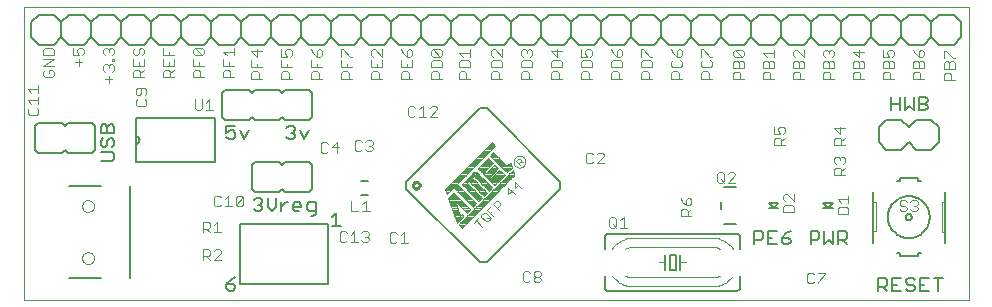
<source format=gto>
G04 This is an RS-274x file exported by *
G04 gerbv version 2.5.0 *
G04 More information is available about gerbv at *
G04 http://gerbv.gpleda.org/ *
G04 --End of header info--*
%MOIN*%
%FSLAX23Y23*%
%IPPOS*%
G04 --Define apertures--*
%ADD10C,0.0000*%
%ADD11C,0.0060*%
%ADD12C,0.0050*%
%ADD13C,0.0100*%
%ADD14C,0.0080*%
%ADD15C,0.0030*%
%ADD16C,0.0039*%
%ADD17C,0.0001*%
%ADD18C,0.0040*%
%ADD19C,0.0020*%
G04 --Start main section--*
G54D10*
G01X00020Y00024D02*
G01X00020Y00999D01*
G01X00020Y00999D02*
G01X03170Y00999D01*
G01X03170Y00999D02*
G01X03170Y00024D01*
G01X03170Y00024D02*
G01X00020Y00024D01*
G01X00215Y00163D02*
G01X00215Y00165D01*
G01X00215Y00165D02*
G01X00216Y00168D01*
G01X00216Y00168D02*
G01X00217Y00171D01*
G01X00217Y00171D02*
G01X00218Y00173D01*
G01X00218Y00173D02*
G01X00219Y00175D01*
G01X00219Y00175D02*
G01X00221Y00177D01*
G01X00221Y00177D02*
G01X00224Y00179D01*
G01X00224Y00179D02*
G01X00226Y00180D01*
G01X00226Y00180D02*
G01X00228Y00181D01*
G01X00228Y00181D02*
G01X00231Y00182D01*
G01X00231Y00182D02*
G01X00234Y00182D01*
G01X00234Y00182D02*
G01X00237Y00182D01*
G01X00237Y00182D02*
G01X00239Y00182D01*
G01X00239Y00182D02*
G01X00242Y00181D01*
G01X00242Y00181D02*
G01X00244Y00180D01*
G01X00244Y00180D02*
G01X00247Y00178D01*
G01X00247Y00178D02*
G01X00249Y00176D01*
G01X00249Y00176D02*
G01X00250Y00174D01*
G01X00250Y00174D02*
G01X00252Y00172D01*
G01X00252Y00172D02*
G01X00253Y00169D01*
G01X00253Y00169D02*
G01X00254Y00167D01*
G01X00254Y00167D02*
G01X00254Y00164D01*
G01X00254Y00164D02*
G01X00254Y00161D01*
G01X00254Y00161D02*
G01X00254Y00159D01*
G01X00254Y00159D02*
G01X00253Y00156D01*
G01X00253Y00156D02*
G01X00252Y00153D01*
G01X00252Y00153D02*
G01X00250Y00151D01*
G01X00250Y00151D02*
G01X00249Y00149D01*
G01X00249Y00149D02*
G01X00247Y00147D01*
G01X00247Y00147D02*
G01X00244Y00146D01*
G01X00244Y00146D02*
G01X00242Y00144D01*
G01X00242Y00144D02*
G01X00239Y00144D01*
G01X00239Y00144D02*
G01X00237Y00143D01*
G01X00237Y00143D02*
G01X00234Y00143D01*
G01X00234Y00143D02*
G01X00231Y00143D01*
G01X00231Y00143D02*
G01X00228Y00144D01*
G01X00228Y00144D02*
G01X00226Y00145D01*
G01X00226Y00145D02*
G01X00224Y00146D01*
G01X00224Y00146D02*
G01X00221Y00148D01*
G01X00221Y00148D02*
G01X00219Y00150D01*
G01X00219Y00150D02*
G01X00218Y00152D01*
G01X00218Y00152D02*
G01X00217Y00155D01*
G01X00217Y00155D02*
G01X00216Y00157D01*
G01X00216Y00157D02*
G01X00215Y00160D01*
G01X00215Y00160D02*
G01X00215Y00163D01*
G01X00215Y00336D02*
G01X00215Y00339D01*
G01X00215Y00339D02*
G01X00216Y00341D01*
G01X00216Y00341D02*
G01X00217Y00344D01*
G01X00217Y00344D02*
G01X00218Y00346D01*
G01X00218Y00346D02*
G01X00219Y00349D01*
G01X00219Y00349D02*
G01X00221Y00350D01*
G01X00221Y00350D02*
G01X00224Y00352D01*
G01X00224Y00352D02*
G01X00226Y00354D01*
G01X00226Y00354D02*
G01X00228Y00355D01*
G01X00228Y00355D02*
G01X00231Y00355D01*
G01X00231Y00355D02*
G01X00234Y00356D01*
G01X00234Y00356D02*
G01X00237Y00355D01*
G01X00237Y00355D02*
G01X00239Y00355D01*
G01X00239Y00355D02*
G01X00242Y00354D01*
G01X00242Y00354D02*
G01X00244Y00353D01*
G01X00244Y00353D02*
G01X00247Y00351D01*
G01X00247Y00351D02*
G01X00249Y00350D01*
G01X00249Y00350D02*
G01X00250Y00347D01*
G01X00250Y00347D02*
G01X00252Y00345D01*
G01X00252Y00345D02*
G01X00253Y00343D01*
G01X00253Y00343D02*
G01X00254Y00340D01*
G01X00254Y00340D02*
G01X00254Y00337D01*
G01X00254Y00337D02*
G01X00254Y00334D01*
G01X00254Y00334D02*
G01X00254Y00332D01*
G01X00254Y00332D02*
G01X00253Y00329D01*
G01X00253Y00329D02*
G01X00252Y00327D01*
G01X00252Y00327D02*
G01X00250Y00324D01*
G01X00250Y00324D02*
G01X00249Y00322D01*
G01X00249Y00322D02*
G01X00247Y00320D01*
G01X00247Y00320D02*
G01X00244Y00319D01*
G01X00244Y00319D02*
G01X00242Y00318D01*
G01X00242Y00318D02*
G01X00239Y00317D01*
G01X00239Y00317D02*
G01X00237Y00316D01*
G01X00237Y00316D02*
G01X00234Y00316D01*
G01X00234Y00316D02*
G01X00231Y00316D01*
G01X00231Y00316D02*
G01X00228Y00317D01*
G01X00228Y00317D02*
G01X00226Y00318D01*
G01X00226Y00318D02*
G01X00224Y00320D01*
G01X00224Y00320D02*
G01X00221Y00321D01*
G01X00221Y00321D02*
G01X00219Y00323D01*
G01X00219Y00323D02*
G01X00218Y00325D01*
G01X00218Y00325D02*
G01X00217Y00328D01*
G01X00217Y00328D02*
G01X00216Y00330D01*
G01X00216Y00330D02*
G01X00215Y00333D01*
G01X00215Y00333D02*
G01X00215Y00336D01*
G54D11*
G01X00277Y00486D02*
G01X00314Y00486D01*
G01X00314Y00486D02*
G01X00321Y00494D01*
G01X00321Y00494D02*
G01X00321Y00508D01*
G01X00321Y00508D02*
G01X00314Y00516D01*
G01X00314Y00516D02*
G01X00277Y00516D01*
G01X00285Y00532D02*
G01X00292Y00532D01*
G01X00292Y00532D02*
G01X00299Y00540D01*
G01X00299Y00540D02*
G01X00299Y00554D01*
G01X00299Y00554D02*
G01X00307Y00562D01*
G01X00307Y00562D02*
G01X00314Y00562D01*
G01X00314Y00562D02*
G01X00321Y00554D01*
G01X00321Y00554D02*
G01X00321Y00540D01*
G01X00321Y00540D02*
G01X00314Y00532D01*
G01X00285Y00532D02*
G01X00277Y00540D01*
G01X00277Y00540D02*
G01X00277Y00554D01*
G01X00277Y00554D02*
G01X00285Y00562D01*
G01X00277Y00578D02*
G01X00277Y00600D01*
G01X00277Y00600D02*
G01X00285Y00608D01*
G01X00285Y00608D02*
G01X00292Y00608D01*
G01X00292Y00608D02*
G01X00299Y00600D01*
G01X00299Y00600D02*
G01X00299Y00578D01*
G01X00277Y00578D02*
G01X00321Y00578D01*
G01X00321Y00578D02*
G01X00321Y00600D01*
G01X00321Y00600D02*
G01X00314Y00608D01*
G01X00314Y00608D02*
G01X00307Y00608D01*
G01X00307Y00608D02*
G01X00299Y00600D01*
G01X00258Y00602D02*
G01X00248Y00612D01*
G01X00248Y00612D02*
G01X00168Y00612D01*
G01X00168Y00612D02*
G01X00158Y00602D01*
G01X00158Y00602D02*
G01X00148Y00612D01*
G01X00148Y00612D02*
G01X00068Y00612D01*
G01X00068Y00612D02*
G01X00058Y00602D01*
G01X00058Y00602D02*
G01X00058Y00522D01*
G01X00058Y00522D02*
G01X00068Y00512D01*
G01X00068Y00512D02*
G01X00148Y00512D01*
G01X00148Y00512D02*
G01X00158Y00522D01*
G01X00158Y00522D02*
G01X00168Y00512D01*
G01X00168Y00512D02*
G01X00248Y00512D01*
G01X00248Y00512D02*
G01X00258Y00522D01*
G01X00258Y00522D02*
G01X00258Y00602D01*
G01X00395Y00629D02*
G01X00395Y00483D01*
G01X00395Y00483D02*
G01X00659Y00483D01*
G01X00659Y00483D02*
G01X00659Y00629D01*
G01X00659Y00629D02*
G01X00395Y00629D01*
G01X00395Y00568D02*
G01X00397Y00567D01*
G01X00397Y00567D02*
G01X00399Y00567D01*
G01X00399Y00567D02*
G01X00401Y00566D01*
G01X00401Y00566D02*
G01X00402Y00565D01*
G01X00402Y00565D02*
G01X00404Y00563D01*
G01X00404Y00563D02*
G01X00405Y00562D01*
G01X00405Y00562D02*
G01X00406Y00560D01*
G01X00406Y00560D02*
G01X00406Y00558D01*
G01X00406Y00558D02*
G01X00407Y00556D01*
G01X00407Y00556D02*
G01X00406Y00553D01*
G01X00406Y00553D02*
G01X00406Y00551D01*
G01X00406Y00551D02*
G01X00405Y00550D01*
G01X00405Y00550D02*
G01X00404Y00548D01*
G01X00404Y00548D02*
G01X00402Y00546D01*
G01X00402Y00546D02*
G01X00401Y00545D01*
G01X00401Y00545D02*
G01X00399Y00544D01*
G01X00399Y00544D02*
G01X00397Y00544D01*
G01X00397Y00544D02*
G01X00395Y00544D01*
G01X00681Y00634D02*
G01X00691Y00624D01*
G01X00691Y00624D02*
G01X00771Y00624D01*
G01X00771Y00624D02*
G01X00781Y00634D01*
G01X00781Y00634D02*
G01X00791Y00624D01*
G01X00791Y00624D02*
G01X00871Y00624D01*
G01X00871Y00624D02*
G01X00881Y00634D01*
G01X00881Y00634D02*
G01X00891Y00624D01*
G01X00891Y00624D02*
G01X00971Y00624D01*
G01X00971Y00624D02*
G01X00981Y00634D01*
G01X00981Y00634D02*
G01X00981Y00714D01*
G01X00981Y00714D02*
G01X00971Y00724D01*
G01X00971Y00724D02*
G01X00891Y00724D01*
G01X00891Y00724D02*
G01X00881Y00714D01*
G01X00881Y00714D02*
G01X00871Y00724D01*
G01X00871Y00724D02*
G01X00791Y00724D01*
G01X00791Y00724D02*
G01X00781Y00714D01*
G01X00781Y00714D02*
G01X00771Y00724D01*
G01X00771Y00724D02*
G01X00691Y00724D01*
G01X00691Y00724D02*
G01X00681Y00714D01*
G01X00681Y00714D02*
G01X00681Y00634D01*
G01X00695Y00602D02*
G01X00695Y00580D01*
G01X00695Y00580D02*
G01X00710Y00588D01*
G01X00710Y00588D02*
G01X00717Y00588D01*
G01X00717Y00588D02*
G01X00725Y00580D01*
G01X00725Y00580D02*
G01X00725Y00566D01*
G01X00725Y00566D02*
G01X00717Y00558D01*
G01X00717Y00558D02*
G01X00703Y00558D01*
G01X00703Y00558D02*
G01X00695Y00566D01*
G01X00741Y00588D02*
G01X00756Y00558D01*
G01X00756Y00558D02*
G01X00771Y00588D01*
G01X00725Y00602D02*
G01X00695Y00602D01*
G01X00895Y00595D02*
G01X00903Y00602D01*
G01X00903Y00602D02*
G01X00917Y00602D01*
G01X00917Y00602D02*
G01X00925Y00595D01*
G01X00925Y00595D02*
G01X00925Y00588D01*
G01X00925Y00588D02*
G01X00917Y00580D01*
G01X00917Y00580D02*
G01X00925Y00573D01*
G01X00925Y00573D02*
G01X00925Y00566D01*
G01X00925Y00566D02*
G01X00917Y00558D01*
G01X00917Y00558D02*
G01X00903Y00558D01*
G01X00903Y00558D02*
G01X00895Y00566D01*
G01X00910Y00580D02*
G01X00917Y00580D01*
G01X00941Y00588D02*
G01X00956Y00558D01*
G01X00956Y00558D02*
G01X00971Y00588D01*
G01X00972Y00484D02*
G01X00892Y00484D01*
G01X00892Y00484D02*
G01X00882Y00474D01*
G01X00882Y00474D02*
G01X00872Y00484D01*
G01X00872Y00484D02*
G01X00792Y00484D01*
G01X00792Y00484D02*
G01X00782Y00474D01*
G01X00782Y00474D02*
G01X00782Y00394D01*
G01X00782Y00394D02*
G01X00792Y00384D01*
G01X00792Y00384D02*
G01X00872Y00384D01*
G01X00872Y00384D02*
G01X00882Y00394D01*
G01X00882Y00394D02*
G01X00892Y00384D01*
G01X00892Y00384D02*
G01X00972Y00384D01*
G01X00972Y00384D02*
G01X00982Y00394D01*
G01X00982Y00394D02*
G01X00982Y00474D01*
G01X00982Y00474D02*
G01X00972Y00484D01*
G01X01144Y00419D02*
G01X01168Y00419D01*
G01X01168Y00372D02*
G01X01144Y00372D01*
G01X00993Y00348D02*
G01X00971Y00348D01*
G01X00971Y00348D02*
G01X00963Y00340D01*
G01X00963Y00340D02*
G01X00963Y00326D01*
G01X00963Y00326D02*
G01X00971Y00318D01*
G01X00971Y00318D02*
G01X00993Y00318D01*
G01X00993Y00311D02*
G01X00993Y00348D01*
G01X00946Y00340D02*
G01X00946Y00333D01*
G01X00946Y00333D02*
G01X00917Y00333D01*
G01X00917Y00340D02*
G01X00924Y00348D01*
G01X00924Y00348D02*
G01X00939Y00348D01*
G01X00939Y00348D02*
G01X00946Y00340D01*
G01X00917Y00340D02*
G01X00917Y00326D01*
G01X00917Y00326D02*
G01X00924Y00318D01*
G01X00924Y00318D02*
G01X00939Y00318D01*
G01X00978Y00304D02*
G01X00985Y00304D01*
G01X00985Y00304D02*
G01X00993Y00311D01*
G01X01047Y00300D02*
G01X01062Y00314D01*
G01X01062Y00314D02*
G01X01062Y00270D01*
G01X01047Y00270D02*
G01X01077Y00270D01*
G01X00893Y00348D02*
G01X00879Y00333D01*
G01X00879Y00348D02*
G01X00879Y00318D01*
G01X00862Y00333D02*
G01X00847Y00318D01*
G01X00847Y00318D02*
G01X00833Y00333D01*
G01X00833Y00333D02*
G01X00833Y00362D01*
G01X00816Y00355D02*
G01X00816Y00348D01*
G01X00816Y00348D02*
G01X00809Y00340D01*
G01X00809Y00340D02*
G01X00816Y00333D01*
G01X00816Y00333D02*
G01X00816Y00326D01*
G01X00816Y00326D02*
G01X00809Y00318D01*
G01X00809Y00318D02*
G01X00794Y00318D01*
G01X00794Y00318D02*
G01X00787Y00326D01*
G01X00801Y00340D02*
G01X00809Y00340D01*
G01X00816Y00355D02*
G01X00809Y00362D01*
G01X00809Y00362D02*
G01X00794Y00362D01*
G01X00794Y00362D02*
G01X00787Y00355D01*
G01X00862Y00362D02*
G01X00862Y00333D01*
G01X00893Y00348D02*
G01X00901Y00348D01*
G01X00725Y00098D02*
G01X00710Y00091D01*
G01X00710Y00091D02*
G01X00695Y00076D01*
G01X00695Y00076D02*
G01X00717Y00076D01*
G01X00717Y00076D02*
G01X00725Y00069D01*
G01X00725Y00069D02*
G01X00725Y00062D01*
G01X00725Y00062D02*
G01X00717Y00054D01*
G01X00717Y00054D02*
G01X00703Y00054D01*
G01X00703Y00054D02*
G01X00695Y00062D01*
G01X00695Y00062D02*
G01X00695Y00076D01*
G01X01958Y00064D02*
G01X01958Y00104D01*
G01X01958Y00064D02*
G01X01958Y00063D01*
G01X01958Y00063D02*
G01X01958Y00061D01*
G01X01958Y00061D02*
G01X01959Y00059D01*
G01X01959Y00059D02*
G01X01960Y00058D01*
G01X01960Y00058D02*
G01X01961Y00057D01*
G01X01961Y00057D02*
G01X01963Y00056D01*
G01X01963Y00056D02*
G01X01964Y00055D01*
G01X01964Y00055D02*
G01X01966Y00054D01*
G01X01966Y00054D02*
G01X01968Y00054D01*
G01X01968Y00054D02*
G01X02398Y00054D01*
G01X02398Y00054D02*
G01X02399Y00054D01*
G01X02399Y00054D02*
G01X02401Y00055D01*
G01X02401Y00055D02*
G01X02403Y00056D01*
G01X02403Y00056D02*
G01X02404Y00057D01*
G01X02404Y00057D02*
G01X02405Y00058D01*
G01X02405Y00058D02*
G01X02406Y00059D01*
G01X02406Y00059D02*
G01X02407Y00061D01*
G01X02407Y00061D02*
G01X02408Y00063D01*
G01X02408Y00063D02*
G01X02408Y00064D01*
G01X02408Y00064D02*
G01X02408Y00104D01*
G01X02208Y00124D02*
G01X02208Y00149D01*
G01X02208Y00149D02*
G01X02208Y00174D01*
G01X02193Y00174D02*
G01X02173Y00174D01*
G01X02173Y00174D02*
G01X02173Y00124D01*
G01X02173Y00124D02*
G01X02193Y00124D01*
G01X02193Y00124D02*
G01X02193Y00174D01*
G01X02158Y00174D02*
G01X02158Y00149D01*
G01X02158Y00149D02*
G01X02158Y00124D01*
G01X01958Y00194D02*
G01X01958Y00234D01*
G01X01958Y00234D02*
G01X01958Y00236D01*
G01X01958Y00236D02*
G01X01958Y00238D01*
G01X01958Y00238D02*
G01X01959Y00239D01*
G01X01959Y00239D02*
G01X01960Y00241D01*
G01X01960Y00241D02*
G01X01961Y00242D01*
G01X01961Y00242D02*
G01X01963Y00243D01*
G01X01963Y00243D02*
G01X01964Y00244D01*
G01X01964Y00244D02*
G01X01966Y00244D01*
G01X01966Y00244D02*
G01X01968Y00244D01*
G01X01968Y00244D02*
G01X02398Y00244D01*
G01X02398Y00244D02*
G01X02399Y00244D01*
G01X02399Y00244D02*
G01X02401Y00244D01*
G01X02401Y00244D02*
G01X02403Y00243D01*
G01X02403Y00243D02*
G01X02404Y00242D01*
G01X02404Y00242D02*
G01X02405Y00241D01*
G01X02405Y00241D02*
G01X02406Y00239D01*
G01X02406Y00239D02*
G01X02407Y00238D01*
G01X02407Y00238D02*
G01X02408Y00236D01*
G01X02408Y00236D02*
G01X02408Y00234D01*
G01X02408Y00234D02*
G01X02408Y00194D01*
G01X02455Y00208D02*
G01X02455Y00253D01*
G01X02455Y00253D02*
G01X02477Y00253D01*
G01X02477Y00253D02*
G01X02484Y00245D01*
G01X02484Y00245D02*
G01X02484Y00231D01*
G01X02484Y00231D02*
G01X02477Y00223D01*
G01X02477Y00223D02*
G01X02455Y00223D01*
G01X02501Y00231D02*
G01X02516Y00231D01*
G01X02547Y00231D02*
G01X02569Y00231D01*
G01X02569Y00231D02*
G01X02577Y00223D01*
G01X02577Y00223D02*
G01X02577Y00216D01*
G01X02577Y00216D02*
G01X02569Y00208D01*
G01X02569Y00208D02*
G01X02555Y00208D01*
G01X02555Y00208D02*
G01X02547Y00216D01*
G01X02547Y00216D02*
G01X02547Y00231D01*
G01X02547Y00231D02*
G01X02562Y00245D01*
G01X02562Y00245D02*
G01X02577Y00253D01*
G01X02530Y00253D02*
G01X02501Y00253D01*
G01X02501Y00253D02*
G01X02501Y00208D01*
G01X02501Y00208D02*
G01X02530Y00208D01*
G01X02643Y00208D02*
G01X02643Y00253D01*
G01X02643Y00253D02*
G01X02665Y00253D01*
G01X02665Y00253D02*
G01X02672Y00245D01*
G01X02672Y00245D02*
G01X02672Y00231D01*
G01X02672Y00231D02*
G01X02665Y00223D01*
G01X02665Y00223D02*
G01X02643Y00223D01*
G01X02689Y00208D02*
G01X02703Y00223D01*
G01X02703Y00223D02*
G01X02718Y00208D01*
G01X02718Y00208D02*
G01X02718Y00253D01*
G01X02735Y00253D02*
G01X02757Y00253D01*
G01X02757Y00253D02*
G01X02764Y00245D01*
G01X02764Y00245D02*
G01X02764Y00231D01*
G01X02764Y00231D02*
G01X02757Y00223D01*
G01X02757Y00223D02*
G01X02735Y00223D01*
G01X02735Y00208D02*
G01X02735Y00253D01*
G01X02689Y00253D02*
G01X02689Y00208D01*
G01X02749Y00223D02*
G01X02764Y00208D01*
G01X02850Y00214D02*
G01X02850Y00254D01*
G01X02850Y00254D02*
G01X02850Y00349D01*
G01X02850Y00349D02*
G01X02850Y00384D01*
G01X02930Y00419D02*
G01X02940Y00419D01*
G01X02940Y00419D02*
G01X02940Y00429D01*
G01X02940Y00429D02*
G01X03000Y00429D01*
G01X03000Y00429D02*
G01X03000Y00419D01*
G01X03000Y00419D02*
G01X03010Y00419D01*
G01X03090Y00384D02*
G01X03090Y00349D01*
G01X03090Y00349D02*
G01X03090Y00249D01*
G01X03090Y00249D02*
G01X03090Y00214D01*
G01X03010Y00179D02*
G01X03000Y00179D01*
G01X03000Y00179D02*
G01X03000Y00169D01*
G01X03000Y00169D02*
G01X02940Y00169D01*
G01X02940Y00169D02*
G01X02940Y00179D01*
G01X02940Y00179D02*
G01X02930Y00179D01*
G01X02945Y00096D02*
G01X02915Y00096D01*
G01X02915Y00096D02*
G01X02915Y00052D01*
G01X02915Y00052D02*
G01X02945Y00052D01*
G01X02961Y00060D02*
G01X02969Y00052D01*
G01X02969Y00052D02*
G01X02983Y00052D01*
G01X02983Y00052D02*
G01X02991Y00060D01*
G01X02991Y00060D02*
G01X02991Y00067D01*
G01X02991Y00067D02*
G01X02983Y00074D01*
G01X02983Y00074D02*
G01X02969Y00074D01*
G01X02969Y00074D02*
G01X02961Y00082D01*
G01X02961Y00082D02*
G01X02961Y00089D01*
G01X02961Y00089D02*
G01X02969Y00096D01*
G01X02969Y00096D02*
G01X02983Y00096D01*
G01X02983Y00096D02*
G01X02991Y00089D01*
G01X03007Y00096D02*
G01X03007Y00052D01*
G01X03007Y00052D02*
G01X03037Y00052D01*
G01X03068Y00052D02*
G01X03068Y00096D01*
G01X03053Y00096D02*
G01X03083Y00096D01*
G01X03037Y00096D02*
G01X03007Y00096D01*
G01X03007Y00074D02*
G01X03022Y00074D01*
G01X02930Y00074D02*
G01X02915Y00074D01*
G01X02899Y00074D02*
G01X02891Y00067D01*
G01X02891Y00067D02*
G01X02869Y00067D01*
G01X02884Y00067D02*
G01X02899Y00052D01*
G01X02869Y00052D02*
G01X02869Y00096D01*
G01X02869Y00096D02*
G01X02891Y00096D01*
G01X02891Y00096D02*
G01X02899Y00089D01*
G01X02899Y00089D02*
G01X02899Y00074D01*
G01X02396Y00275D02*
G01X02355Y00275D01*
G01X02344Y00325D02*
G01X02344Y00349D01*
G01X02355Y00399D02*
G01X02396Y00399D01*
G01X02960Y00299D02*
G01X02960Y00301D01*
G01X02960Y00301D02*
G01X02961Y00303D01*
G01X02961Y00303D02*
G01X02962Y00305D01*
G01X02962Y00305D02*
G01X02963Y00306D01*
G01X02963Y00306D02*
G01X02965Y00308D01*
G01X02965Y00308D02*
G01X02966Y00308D01*
G01X02966Y00308D02*
G01X02968Y00309D01*
G01X02968Y00309D02*
G01X02970Y00309D01*
G01X02970Y00309D02*
G01X02972Y00309D01*
G01X02972Y00309D02*
G01X02974Y00308D01*
G01X02974Y00308D02*
G01X02976Y00308D01*
G01X02976Y00308D02*
G01X02977Y00306D01*
G01X02977Y00306D02*
G01X02979Y00305D01*
G01X02979Y00305D02*
G01X02979Y00303D01*
G01X02979Y00303D02*
G01X02980Y00301D01*
G01X02980Y00301D02*
G01X02980Y00299D01*
G01X02980Y00299D02*
G01X02980Y00297D01*
G01X02980Y00297D02*
G01X02979Y00295D01*
G01X02979Y00295D02*
G01X02979Y00294D01*
G01X02979Y00294D02*
G01X02977Y00292D01*
G01X02977Y00292D02*
G01X02976Y00291D01*
G01X02976Y00291D02*
G01X02974Y00290D01*
G01X02974Y00290D02*
G01X02972Y00289D01*
G01X02972Y00289D02*
G01X02970Y00289D01*
G01X02970Y00289D02*
G01X02968Y00289D01*
G01X02968Y00289D02*
G01X02966Y00290D01*
G01X02966Y00290D02*
G01X02965Y00291D01*
G01X02965Y00291D02*
G01X02963Y00292D01*
G01X02963Y00292D02*
G01X02962Y00294D01*
G01X02962Y00294D02*
G01X02961Y00295D01*
G01X02961Y00295D02*
G01X02960Y00297D01*
G01X02960Y00297D02*
G01X02960Y00299D01*
G01X02900Y00299D02*
G01X02900Y00304D01*
G01X02900Y00304D02*
G01X02901Y00310D01*
G01X02901Y00310D02*
G01X02902Y00315D01*
G01X02902Y00315D02*
G01X02903Y00320D01*
G01X02903Y00320D02*
G01X02905Y00325D01*
G01X02905Y00325D02*
G01X02907Y00330D01*
G01X02907Y00330D02*
G01X02910Y00334D01*
G01X02910Y00334D02*
G01X02912Y00339D01*
G01X02912Y00339D02*
G01X02916Y00343D01*
G01X02916Y00343D02*
G01X02919Y00347D01*
G01X02919Y00347D02*
G01X02923Y00351D01*
G01X02923Y00351D02*
G01X02927Y00354D01*
G01X02927Y00354D02*
G01X02931Y00357D01*
G01X02931Y00357D02*
G01X02935Y00360D01*
G01X02935Y00360D02*
G01X02940Y00362D01*
G01X02940Y00362D02*
G01X02945Y00364D01*
G01X02945Y00364D02*
G01X02950Y00366D01*
G01X02950Y00366D02*
G01X02955Y00367D01*
G01X02955Y00367D02*
G01X02960Y00368D01*
G01X02960Y00368D02*
G01X02965Y00369D01*
G01X02965Y00369D02*
G01X02970Y00369D01*
G01X02970Y00369D02*
G01X02975Y00369D01*
G01X02975Y00369D02*
G01X02981Y00368D01*
G01X02981Y00368D02*
G01X02986Y00367D01*
G01X02986Y00367D02*
G01X02991Y00366D01*
G01X02991Y00366D02*
G01X02996Y00364D01*
G01X02996Y00364D02*
G01X03001Y00362D01*
G01X03001Y00362D02*
G01X03005Y00360D01*
G01X03005Y00360D02*
G01X03010Y00357D01*
G01X03010Y00357D02*
G01X03014Y00354D01*
G01X03014Y00354D02*
G01X03018Y00351D01*
G01X03018Y00351D02*
G01X03022Y00347D01*
G01X03022Y00347D02*
G01X03025Y00343D01*
G01X03025Y00343D02*
G01X03028Y00339D01*
G01X03028Y00339D02*
G01X03031Y00334D01*
G01X03031Y00334D02*
G01X03033Y00330D01*
G01X03033Y00330D02*
G01X03035Y00325D01*
G01X03035Y00325D02*
G01X03037Y00320D01*
G01X03037Y00320D02*
G01X03038Y00315D01*
G01X03038Y00315D02*
G01X03039Y00310D01*
G01X03039Y00310D02*
G01X03040Y00304D01*
G01X03040Y00304D02*
G01X03040Y00299D01*
G01X03040Y00299D02*
G01X03040Y00294D01*
G01X03040Y00294D02*
G01X03039Y00289D01*
G01X03039Y00289D02*
G01X03038Y00284D01*
G01X03038Y00284D02*
G01X03037Y00279D01*
G01X03037Y00279D02*
G01X03035Y00274D01*
G01X03035Y00274D02*
G01X03033Y00269D01*
G01X03033Y00269D02*
G01X03031Y00264D01*
G01X03031Y00264D02*
G01X03028Y00260D01*
G01X03028Y00260D02*
G01X03025Y00256D01*
G01X03025Y00256D02*
G01X03022Y00252D01*
G01X03022Y00252D02*
G01X03018Y00248D01*
G01X03018Y00248D02*
G01X03014Y00245D01*
G01X03014Y00245D02*
G01X03010Y00241D01*
G01X03010Y00241D02*
G01X03005Y00239D01*
G01X03005Y00239D02*
G01X03001Y00236D01*
G01X03001Y00236D02*
G01X02996Y00234D01*
G01X02996Y00234D02*
G01X02991Y00232D01*
G01X02991Y00232D02*
G01X02986Y00231D01*
G01X02986Y00231D02*
G01X02981Y00230D01*
G01X02981Y00230D02*
G01X02975Y00229D01*
G01X02975Y00229D02*
G01X02970Y00229D01*
G01X02970Y00229D02*
G01X02965Y00229D01*
G01X02965Y00229D02*
G01X02960Y00230D01*
G01X02960Y00230D02*
G01X02955Y00231D01*
G01X02955Y00231D02*
G01X02950Y00232D01*
G01X02950Y00232D02*
G01X02945Y00234D01*
G01X02945Y00234D02*
G01X02940Y00236D01*
G01X02940Y00236D02*
G01X02935Y00239D01*
G01X02935Y00239D02*
G01X02931Y00241D01*
G01X02931Y00241D02*
G01X02927Y00245D01*
G01X02927Y00245D02*
G01X02923Y00248D01*
G01X02923Y00248D02*
G01X02919Y00252D01*
G01X02919Y00252D02*
G01X02916Y00256D01*
G01X02916Y00256D02*
G01X02912Y00260D01*
G01X02912Y00260D02*
G01X02910Y00264D01*
G01X02910Y00264D02*
G01X02907Y00269D01*
G01X02907Y00269D02*
G01X02905Y00274D01*
G01X02905Y00274D02*
G01X02903Y00279D01*
G01X02903Y00279D02*
G01X02902Y00284D01*
G01X02902Y00284D02*
G01X02901Y00289D01*
G01X02901Y00289D02*
G01X02900Y00294D01*
G01X02900Y00294D02*
G01X02900Y00299D01*
G01X02911Y00655D02*
G01X02911Y00699D01*
G01X02941Y00699D02*
G01X02941Y00655D01*
G01X02957Y00655D02*
G01X02972Y00670D01*
G01X02972Y00670D02*
G01X02987Y00655D01*
G01X02987Y00655D02*
G01X02987Y00699D01*
G01X03003Y00699D02*
G01X03025Y00699D01*
G01X03025Y00699D02*
G01X03033Y00692D01*
G01X03033Y00692D02*
G01X03033Y00685D01*
G01X03033Y00685D02*
G01X03025Y00677D01*
G01X03025Y00677D02*
G01X03003Y00677D01*
G01X03025Y00677D02*
G01X03033Y00670D01*
G01X03033Y00670D02*
G01X03033Y00663D01*
G01X03033Y00663D02*
G01X03025Y00655D01*
G01X03025Y00655D02*
G01X03003Y00655D01*
G01X03003Y00655D02*
G01X03003Y00699D01*
G01X02957Y00699D02*
G01X02957Y00655D01*
G01X02941Y00677D02*
G01X02911Y00677D01*
G01X02920Y00874D02*
G01X02870Y00874D01*
G01X02870Y00874D02*
G01X02845Y00899D01*
G01X02845Y00899D02*
G01X02845Y00949D01*
G01X02845Y00949D02*
G01X02820Y00974D01*
G01X02820Y00974D02*
G01X02770Y00974D01*
G01X02770Y00974D02*
G01X02745Y00949D01*
G01X02745Y00949D02*
G01X02745Y00899D01*
G01X02745Y00899D02*
G01X02720Y00874D01*
G01X02720Y00874D02*
G01X02670Y00874D01*
G01X02670Y00874D02*
G01X02645Y00899D01*
G01X02645Y00899D02*
G01X02645Y00949D01*
G01X02645Y00949D02*
G01X02620Y00974D01*
G01X02620Y00974D02*
G01X02570Y00974D01*
G01X02570Y00974D02*
G01X02545Y00949D01*
G01X02545Y00949D02*
G01X02545Y00899D01*
G01X02545Y00899D02*
G01X02520Y00874D01*
G01X02520Y00874D02*
G01X02470Y00874D01*
G01X02470Y00874D02*
G01X02445Y00899D01*
G01X02445Y00899D02*
G01X02445Y00949D01*
G01X02445Y00949D02*
G01X02420Y00974D01*
G01X02420Y00974D02*
G01X02370Y00974D01*
G01X02370Y00974D02*
G01X02345Y00949D01*
G01X02345Y00949D02*
G01X02345Y00899D01*
G01X02345Y00899D02*
G01X02370Y00874D01*
G01X02370Y00874D02*
G01X02420Y00874D01*
G01X02420Y00874D02*
G01X02445Y00899D01*
G01X02445Y00899D02*
G01X02445Y00949D01*
G01X02445Y00949D02*
G01X02470Y00974D01*
G01X02470Y00974D02*
G01X02520Y00974D01*
G01X02520Y00974D02*
G01X02545Y00949D01*
G01X02545Y00949D02*
G01X02545Y00899D01*
G01X02545Y00899D02*
G01X02570Y00874D01*
G01X02570Y00874D02*
G01X02620Y00874D01*
G01X02620Y00874D02*
G01X02645Y00899D01*
G01X02645Y00899D02*
G01X02645Y00949D01*
G01X02645Y00949D02*
G01X02670Y00974D01*
G01X02670Y00974D02*
G01X02720Y00974D01*
G01X02720Y00974D02*
G01X02745Y00949D01*
G01X02745Y00949D02*
G01X02745Y00899D01*
G01X02745Y00899D02*
G01X02770Y00874D01*
G01X02770Y00874D02*
G01X02820Y00874D01*
G01X02820Y00874D02*
G01X02845Y00899D01*
G01X02845Y00899D02*
G01X02845Y00949D01*
G01X02845Y00949D02*
G01X02870Y00974D01*
G01X02870Y00974D02*
G01X02920Y00974D01*
G01X02920Y00974D02*
G01X02945Y00949D01*
G01X02945Y00949D02*
G01X02945Y00899D01*
G01X02945Y00899D02*
G01X02920Y00874D01*
G01X02945Y00899D02*
G01X02970Y00874D01*
G01X02970Y00874D02*
G01X03020Y00874D01*
G01X03020Y00874D02*
G01X03045Y00899D01*
G01X03045Y00899D02*
G01X03045Y00949D01*
G01X03045Y00949D02*
G01X03020Y00974D01*
G01X03020Y00974D02*
G01X02970Y00974D01*
G01X02970Y00974D02*
G01X02945Y00949D01*
G01X02945Y00949D02*
G01X02945Y00899D01*
G01X03045Y00899D02*
G01X03070Y00874D01*
G01X03070Y00874D02*
G01X03120Y00874D01*
G01X03120Y00874D02*
G01X03145Y00899D01*
G01X03145Y00899D02*
G01X03145Y00949D01*
G01X03145Y00949D02*
G01X03120Y00974D01*
G01X03120Y00974D02*
G01X03070Y00974D01*
G01X03070Y00974D02*
G01X03045Y00949D01*
G01X03045Y00949D02*
G01X03045Y00899D01*
G01X02345Y00899D02*
G01X02345Y00949D01*
G01X02345Y00949D02*
G01X02320Y00974D01*
G01X02320Y00974D02*
G01X02270Y00974D01*
G01X02270Y00974D02*
G01X02245Y00949D01*
G01X02245Y00949D02*
G01X02245Y00899D01*
G01X02245Y00899D02*
G01X02220Y00874D01*
G01X02220Y00874D02*
G01X02170Y00874D01*
G01X02170Y00874D02*
G01X02145Y00899D01*
G01X02145Y00899D02*
G01X02145Y00949D01*
G01X02145Y00949D02*
G01X02170Y00974D01*
G01X02170Y00974D02*
G01X02220Y00974D01*
G01X02220Y00974D02*
G01X02245Y00949D01*
G01X02245Y00949D02*
G01X02245Y00899D01*
G01X02245Y00899D02*
G01X02270Y00874D01*
G01X02270Y00874D02*
G01X02320Y00874D01*
G01X02320Y00874D02*
G01X02345Y00899D01*
G01X02145Y00899D02*
G01X02145Y00949D01*
G01X02145Y00949D02*
G01X02120Y00974D01*
G01X02120Y00974D02*
G01X02070Y00974D01*
G01X02070Y00974D02*
G01X02045Y00949D01*
G01X02045Y00949D02*
G01X02045Y00899D01*
G01X02045Y00899D02*
G01X02020Y00874D01*
G01X02020Y00874D02*
G01X01970Y00874D01*
G01X01970Y00874D02*
G01X01945Y00899D01*
G01X01945Y00899D02*
G01X01945Y00949D01*
G01X01945Y00949D02*
G01X01920Y00974D01*
G01X01920Y00974D02*
G01X01870Y00974D01*
G01X01870Y00974D02*
G01X01845Y00949D01*
G01X01845Y00949D02*
G01X01845Y00899D01*
G01X01845Y00899D02*
G01X01820Y00874D01*
G01X01820Y00874D02*
G01X01770Y00874D01*
G01X01770Y00874D02*
G01X01745Y00899D01*
G01X01745Y00899D02*
G01X01745Y00949D01*
G01X01745Y00949D02*
G01X01720Y00974D01*
G01X01720Y00974D02*
G01X01670Y00974D01*
G01X01670Y00974D02*
G01X01645Y00949D01*
G01X01645Y00949D02*
G01X01645Y00899D01*
G01X01645Y00899D02*
G01X01620Y00874D01*
G01X01620Y00874D02*
G01X01570Y00874D01*
G01X01570Y00874D02*
G01X01545Y00899D01*
G01X01545Y00899D02*
G01X01545Y00949D01*
G01X01545Y00949D02*
G01X01520Y00974D01*
G01X01520Y00974D02*
G01X01470Y00974D01*
G01X01470Y00974D02*
G01X01445Y00949D01*
G01X01445Y00949D02*
G01X01445Y00899D01*
G01X01445Y00899D02*
G01X01420Y00874D01*
G01X01420Y00874D02*
G01X01370Y00874D01*
G01X01370Y00874D02*
G01X01345Y00899D01*
G01X01345Y00899D02*
G01X01345Y00949D01*
G01X01345Y00949D02*
G01X01370Y00974D01*
G01X01370Y00974D02*
G01X01420Y00974D01*
G01X01420Y00974D02*
G01X01445Y00949D01*
G01X01445Y00949D02*
G01X01445Y00899D01*
G01X01445Y00899D02*
G01X01470Y00874D01*
G01X01470Y00874D02*
G01X01520Y00874D01*
G01X01520Y00874D02*
G01X01545Y00899D01*
G01X01545Y00899D02*
G01X01545Y00949D01*
G01X01545Y00949D02*
G01X01570Y00974D01*
G01X01570Y00974D02*
G01X01620Y00974D01*
G01X01620Y00974D02*
G01X01645Y00949D01*
G01X01645Y00949D02*
G01X01645Y00899D01*
G01X01645Y00899D02*
G01X01670Y00874D01*
G01X01670Y00874D02*
G01X01720Y00874D01*
G01X01720Y00874D02*
G01X01745Y00899D01*
G01X01745Y00899D02*
G01X01745Y00949D01*
G01X01745Y00949D02*
G01X01770Y00974D01*
G01X01770Y00974D02*
G01X01820Y00974D01*
G01X01820Y00974D02*
G01X01845Y00949D01*
G01X01845Y00949D02*
G01X01845Y00899D01*
G01X01845Y00899D02*
G01X01870Y00874D01*
G01X01870Y00874D02*
G01X01920Y00874D01*
G01X01920Y00874D02*
G01X01945Y00899D01*
G01X01945Y00899D02*
G01X01945Y00949D01*
G01X01945Y00949D02*
G01X01970Y00974D01*
G01X01970Y00974D02*
G01X02020Y00974D01*
G01X02020Y00974D02*
G01X02045Y00949D01*
G01X02045Y00949D02*
G01X02045Y00899D01*
G01X02045Y00899D02*
G01X02070Y00874D01*
G01X02070Y00874D02*
G01X02120Y00874D01*
G01X02120Y00874D02*
G01X02145Y00899D01*
G01X01345Y00899D02*
G01X01345Y00949D01*
G01X01345Y00949D02*
G01X01320Y00974D01*
G01X01320Y00974D02*
G01X01270Y00974D01*
G01X01270Y00974D02*
G01X01245Y00949D01*
G01X01245Y00949D02*
G01X01245Y00899D01*
G01X01245Y00899D02*
G01X01220Y00874D01*
G01X01220Y00874D02*
G01X01170Y00874D01*
G01X01170Y00874D02*
G01X01145Y00899D01*
G01X01145Y00899D02*
G01X01145Y00949D01*
G01X01145Y00949D02*
G01X01170Y00974D01*
G01X01170Y00974D02*
G01X01220Y00974D01*
G01X01220Y00974D02*
G01X01245Y00949D01*
G01X01245Y00949D02*
G01X01245Y00899D01*
G01X01245Y00899D02*
G01X01270Y00874D01*
G01X01270Y00874D02*
G01X01320Y00874D01*
G01X01320Y00874D02*
G01X01345Y00899D01*
G01X01145Y00899D02*
G01X01120Y00874D01*
G01X01120Y00874D02*
G01X01070Y00874D01*
G01X01070Y00874D02*
G01X01045Y00899D01*
G01X01045Y00899D02*
G01X01045Y00949D01*
G01X01045Y00949D02*
G01X01020Y00974D01*
G01X01020Y00974D02*
G01X00970Y00974D01*
G01X00970Y00974D02*
G01X00945Y00949D01*
G01X00945Y00949D02*
G01X00945Y00899D01*
G01X00945Y00899D02*
G01X00920Y00874D01*
G01X00920Y00874D02*
G01X00870Y00874D01*
G01X00870Y00874D02*
G01X00845Y00899D01*
G01X00845Y00899D02*
G01X00845Y00949D01*
G01X00845Y00949D02*
G01X00820Y00974D01*
G01X00820Y00974D02*
G01X00770Y00974D01*
G01X00770Y00974D02*
G01X00745Y00949D01*
G01X00745Y00949D02*
G01X00745Y00899D01*
G01X00745Y00899D02*
G01X00720Y00874D01*
G01X00720Y00874D02*
G01X00670Y00874D01*
G01X00670Y00874D02*
G01X00645Y00899D01*
G01X00645Y00899D02*
G01X00645Y00949D01*
G01X00645Y00949D02*
G01X00620Y00974D01*
G01X00620Y00974D02*
G01X00570Y00974D01*
G01X00570Y00974D02*
G01X00545Y00949D01*
G01X00545Y00949D02*
G01X00545Y00899D01*
G01X00545Y00899D02*
G01X00520Y00874D01*
G01X00520Y00874D02*
G01X00470Y00874D01*
G01X00470Y00874D02*
G01X00445Y00899D01*
G01X00445Y00899D02*
G01X00445Y00949D01*
G01X00445Y00949D02*
G01X00420Y00974D01*
G01X00420Y00974D02*
G01X00370Y00974D01*
G01X00370Y00974D02*
G01X00345Y00949D01*
G01X00345Y00949D02*
G01X00345Y00899D01*
G01X00345Y00899D02*
G01X00320Y00874D01*
G01X00320Y00874D02*
G01X00270Y00874D01*
G01X00270Y00874D02*
G01X00245Y00899D01*
G01X00245Y00899D02*
G01X00245Y00949D01*
G01X00245Y00949D02*
G01X00270Y00974D01*
G01X00270Y00974D02*
G01X00320Y00974D01*
G01X00320Y00974D02*
G01X00345Y00949D01*
G01X00345Y00949D02*
G01X00345Y00899D01*
G01X00345Y00899D02*
G01X00370Y00874D01*
G01X00370Y00874D02*
G01X00420Y00874D01*
G01X00420Y00874D02*
G01X00445Y00899D01*
G01X00445Y00899D02*
G01X00445Y00949D01*
G01X00445Y00949D02*
G01X00470Y00974D01*
G01X00470Y00974D02*
G01X00520Y00974D01*
G01X00520Y00974D02*
G01X00545Y00949D01*
G01X00545Y00949D02*
G01X00545Y00899D01*
G01X00545Y00899D02*
G01X00570Y00874D01*
G01X00570Y00874D02*
G01X00620Y00874D01*
G01X00620Y00874D02*
G01X00645Y00899D01*
G01X00645Y00899D02*
G01X00645Y00949D01*
G01X00645Y00949D02*
G01X00670Y00974D01*
G01X00670Y00974D02*
G01X00720Y00974D01*
G01X00720Y00974D02*
G01X00745Y00949D01*
G01X00745Y00949D02*
G01X00745Y00899D01*
G01X00745Y00899D02*
G01X00770Y00874D01*
G01X00770Y00874D02*
G01X00820Y00874D01*
G01X00820Y00874D02*
G01X00845Y00899D01*
G01X00845Y00899D02*
G01X00845Y00949D01*
G01X00845Y00949D02*
G01X00870Y00974D01*
G01X00870Y00974D02*
G01X00920Y00974D01*
G01X00920Y00974D02*
G01X00945Y00949D01*
G01X00945Y00949D02*
G01X00945Y00899D01*
G01X00945Y00899D02*
G01X00970Y00874D01*
G01X00970Y00874D02*
G01X01020Y00874D01*
G01X01020Y00874D02*
G01X01045Y00899D01*
G01X01045Y00899D02*
G01X01045Y00949D01*
G01X01045Y00949D02*
G01X01070Y00974D01*
G01X01070Y00974D02*
G01X01120Y00974D01*
G01X01120Y00974D02*
G01X01145Y00949D01*
G01X01145Y00949D02*
G01X01145Y00899D01*
G01X00245Y00899D02*
G01X00245Y00949D01*
G01X00245Y00949D02*
G01X00220Y00974D01*
G01X00220Y00974D02*
G01X00170Y00974D01*
G01X00170Y00974D02*
G01X00145Y00949D01*
G01X00145Y00949D02*
G01X00145Y00899D01*
G01X00145Y00899D02*
G01X00120Y00874D01*
G01X00120Y00874D02*
G01X00070Y00874D01*
G01X00070Y00874D02*
G01X00045Y00899D01*
G01X00045Y00899D02*
G01X00045Y00949D01*
G01X00045Y00949D02*
G01X00070Y00974D01*
G01X00070Y00974D02*
G01X00120Y00974D01*
G01X00120Y00974D02*
G01X00145Y00949D01*
G01X00145Y00949D02*
G01X00145Y00899D01*
G01X00145Y00899D02*
G01X00170Y00874D01*
G01X00170Y00874D02*
G01X00220Y00874D01*
G01X00220Y00874D02*
G01X00245Y00899D01*
G54D12*
G01X00376Y00403D02*
G01X00376Y00096D01*
G01X00376Y00123D02*
G01X00376Y00167D01*
G01X00278Y00096D02*
G01X00172Y00096D01*
G01X00172Y00403D02*
G01X00278Y00403D01*
G01X00376Y00375D02*
G01X00376Y00332D01*
G01X00740Y00275D02*
G01X00740Y00075D01*
G01X00740Y00075D02*
G01X01036Y00075D01*
G01X01036Y00075D02*
G01X01036Y00275D01*
G01X01036Y00275D02*
G01X00740Y00275D01*
G01X02504Y00329D02*
G01X02520Y00329D01*
G01X02520Y00329D02*
G01X02504Y00345D01*
G01X02504Y00345D02*
G01X02536Y00345D01*
G01X02536Y00345D02*
G01X02520Y00329D01*
G01X02520Y00329D02*
G01X02536Y00329D01*
G01X02686Y00329D02*
G01X02701Y00329D01*
G01X02701Y00329D02*
G01X02686Y00345D01*
G01X02686Y00345D02*
G01X02717Y00345D01*
G01X02717Y00345D02*
G01X02701Y00329D01*
G01X02701Y00329D02*
G01X02717Y00329D01*
G54D13*
G01X01318Y00406D02*
G01X01318Y00408D01*
G01X01318Y00408D02*
G01X01318Y00410D01*
G01X01318Y00410D02*
G01X01319Y00411D01*
G01X01319Y00411D02*
G01X01320Y00413D01*
G01X01320Y00413D02*
G01X01322Y00414D01*
G01X01322Y00414D02*
G01X01324Y00415D01*
G01X01324Y00415D02*
G01X01326Y00416D01*
G01X01326Y00416D02*
G01X01328Y00417D01*
G01X01328Y00417D02*
G01X01330Y00417D01*
G01X01330Y00417D02*
G01X01332Y00416D01*
G01X01332Y00416D02*
G01X01334Y00415D01*
G01X01334Y00415D02*
G01X01335Y00414D01*
G01X01335Y00414D02*
G01X01337Y00413D01*
G01X01337Y00413D02*
G01X01338Y00411D01*
G01X01338Y00411D02*
G01X01339Y00410D01*
G01X01339Y00410D02*
G01X01340Y00408D01*
G01X01340Y00408D02*
G01X01340Y00406D01*
G01X01340Y00406D02*
G01X01340Y00404D01*
G01X01340Y00404D02*
G01X01339Y00402D01*
G01X01339Y00402D02*
G01X01338Y00400D01*
G01X01338Y00400D02*
G01X01337Y00398D01*
G01X01337Y00398D02*
G01X01335Y00397D01*
G01X01335Y00397D02*
G01X01334Y00396D01*
G01X01334Y00396D02*
G01X01332Y00395D01*
G01X01332Y00395D02*
G01X01330Y00394D01*
G01X01330Y00394D02*
G01X01328Y00394D01*
G01X01328Y00394D02*
G01X01326Y00395D01*
G01X01326Y00395D02*
G01X01324Y00396D01*
G01X01324Y00396D02*
G01X01322Y00397D01*
G01X01322Y00397D02*
G01X01320Y00398D01*
G01X01320Y00398D02*
G01X01319Y00400D01*
G01X01319Y00400D02*
G01X01318Y00402D01*
G01X01318Y00402D02*
G01X01318Y00404D01*
G01X01318Y00404D02*
G01X01318Y00406D01*
G54D14*
G01X01295Y00394D02*
G01X01540Y00149D01*
G01X01540Y00149D02*
G01X01563Y00149D01*
G01X01563Y00149D02*
G01X01807Y00394D01*
G01X01807Y00394D02*
G01X01807Y00417D01*
G01X01807Y00417D02*
G01X01563Y00662D01*
G01X01563Y00662D02*
G01X01540Y00662D01*
G01X01540Y00662D02*
G01X01295Y00417D01*
G01X01295Y00417D02*
G01X01295Y00394D01*
G01X02870Y00549D02*
G01X02895Y00524D01*
G01X02895Y00524D02*
G01X02945Y00524D01*
G01X02945Y00524D02*
G01X02970Y00549D01*
G01X02970Y00549D02*
G01X02995Y00524D01*
G01X02995Y00524D02*
G01X03045Y00524D01*
G01X03045Y00524D02*
G01X03070Y00549D01*
G01X03070Y00549D02*
G01X03070Y00599D01*
G01X03070Y00599D02*
G01X03045Y00624D01*
G01X03045Y00624D02*
G01X02995Y00624D01*
G01X02995Y00624D02*
G01X02970Y00599D01*
G01X02970Y00599D02*
G01X02945Y00624D01*
G01X02945Y00624D02*
G01X02895Y00624D01*
G01X02895Y00624D02*
G01X02870Y00599D01*
G01X02870Y00599D02*
G01X02870Y00549D01*
G54D15*
G01X01677Y00396D02*
G01X01657Y00416D01*
G01X01657Y00416D02*
G01X01657Y00396D01*
G01X01657Y00396D02*
G01X01671Y00409D01*
G01X01650Y00388D02*
G01X01636Y00375D01*
G01X01636Y00375D02*
G01X01636Y00395D01*
G01X01636Y00395D02*
G01X01657Y00375D01*
G01X01608Y00347D02*
G01X01608Y00340D01*
G01X01608Y00340D02*
G01X01598Y00330D01*
G01X01605Y00323D02*
G01X01584Y00343D01*
G01X01584Y00343D02*
G01X01594Y00354D01*
G01X01594Y00354D02*
G01X01601Y00354D01*
G01X01601Y00354D02*
G01X01608Y00347D01*
G01X01577Y00336D02*
G01X01563Y00323D01*
G01X01563Y00323D02*
G01X01584Y00302D01*
G01X01577Y00295D02*
G01X01563Y00295D01*
G01X01573Y00298D02*
G01X01573Y00291D01*
G01X01573Y00291D02*
G01X01566Y00285D01*
G01X01566Y00285D02*
G01X01560Y00285D01*
G01X01560Y00285D02*
G01X01546Y00298D01*
G01X01546Y00298D02*
G01X01546Y00305D01*
G01X01546Y00305D02*
G01X01553Y00312D01*
G01X01553Y00312D02*
G01X01560Y00312D01*
G01X01560Y00312D02*
G01X01573Y00298D01*
G01X01574Y00312D02*
G01X01580Y00319D01*
G01X01535Y00295D02*
G01X01522Y00281D01*
G01X01529Y00288D02*
G01X01549Y00267D01*
G54D16*
G01X01499Y00282D02*
G01X01476Y00282D01*
G01X01480Y00286D02*
G01X01502Y00286D01*
G01X01506Y00290D02*
G01X01484Y00290D01*
G01X01488Y00293D02*
G01X01510Y00293D01*
G01X01514Y00297D02*
G01X01491Y00297D01*
G01X01495Y00301D02*
G01X01518Y00301D01*
G01X01521Y00305D02*
G01X01499Y00305D01*
G01X01503Y00309D02*
G01X01525Y00309D01*
G01X01529Y00312D02*
G01X01507Y00312D01*
G01X01510Y00316D02*
G01X01533Y00316D01*
G01X01537Y00320D02*
G01X01514Y00320D01*
G01X01518Y00324D02*
G01X01540Y00324D01*
G01X01544Y00328D02*
G01X01522Y00328D01*
G01X01526Y00331D02*
G01X01548Y00331D01*
G01X01552Y00335D02*
G01X01529Y00335D01*
G01X01533Y00339D02*
G01X01555Y00339D01*
G01X01559Y00343D02*
G01X01537Y00343D01*
G01X01541Y00347D02*
G01X01563Y00347D01*
G01X01567Y00350D02*
G01X01545Y00350D01*
G01X01548Y00354D02*
G01X01571Y00354D01*
G01X01574Y00358D02*
G01X01552Y00358D01*
G01X01556Y00362D02*
G01X01578Y00362D01*
G01X01582Y00365D02*
G01X01560Y00365D01*
G01X01564Y00369D02*
G01X01586Y00369D01*
G01X01590Y00373D02*
G01X01567Y00373D01*
G01X01571Y00377D02*
G01X01593Y00377D01*
G01X01597Y00381D02*
G01X01575Y00381D01*
G01X01579Y00384D02*
G01X01601Y00384D01*
G01X01605Y00388D02*
G01X01582Y00388D01*
G01X01586Y00392D02*
G01X01609Y00392D01*
G01X01612Y00396D02*
G01X01590Y00396D01*
G01X01594Y00400D02*
G01X01616Y00400D01*
G01X01620Y00403D02*
G01X01598Y00403D01*
G01X01601Y00407D02*
G01X01624Y00407D01*
G01X01627Y00411D02*
G01X01605Y00411D01*
G01X01609Y00415D02*
G01X01631Y00415D01*
G01X01635Y00419D02*
G01X01613Y00419D01*
G01X01617Y00422D02*
G01X01639Y00422D01*
G01X01643Y00426D02*
G01X01620Y00426D01*
G01X01624Y00430D02*
G01X01646Y00430D01*
G01X01650Y00434D02*
G01X01628Y00434D01*
G01X01632Y00437D02*
G01X01654Y00437D01*
G01X01656Y00440D02*
G01X01650Y00456D01*
G01X01650Y00456D02*
G01X01470Y00275D01*
G01X01470Y00275D02*
G01X01481Y00264D01*
G01X01481Y00264D02*
G01X01656Y00440D01*
G01X01655Y00441D02*
G01X01636Y00441D01*
G01X01639Y00445D02*
G01X01654Y00445D01*
G01X01653Y00449D02*
G01X01643Y00449D01*
G01X01647Y00453D02*
G01X01652Y00453D01*
G01X01643Y00460D02*
G01X01619Y00460D01*
G01X01622Y00456D02*
G01X01640Y00456D01*
G01X01636Y00453D02*
G01X01626Y00453D01*
G01X01630Y00449D02*
G01X01632Y00449D01*
G01X01631Y00448D02*
G01X01648Y00465D01*
G01X01648Y00465D02*
G01X01642Y00481D01*
G01X01642Y00481D02*
G01X01631Y00470D01*
G01X01631Y00470D02*
G01X01586Y00515D01*
G01X01586Y00515D02*
G01X01575Y00503D01*
G01X01575Y00503D02*
G01X01631Y00448D01*
G01X01623Y00440D02*
G01X01606Y00456D01*
G01X01606Y00456D02*
G01X01578Y00428D01*
G01X01578Y00428D02*
G01X01573Y00434D01*
G01X01573Y00434D02*
G01X01600Y00462D01*
G01X01600Y00462D02*
G01X01589Y00473D01*
G01X01589Y00473D02*
G01X01561Y00445D01*
G01X01561Y00445D02*
G01X01556Y00451D01*
G01X01556Y00451D02*
G01X01584Y00478D01*
G01X01584Y00478D02*
G01X01567Y00495D01*
G01X01567Y00495D02*
G01X01534Y00462D01*
G01X01534Y00462D02*
G01X01589Y00406D01*
G01X01589Y00406D02*
G01X01623Y00440D01*
G01X01621Y00441D02*
G01X01591Y00441D01*
G01X01587Y00437D02*
G01X01621Y00437D01*
G01X01617Y00434D02*
G01X01583Y00434D01*
G01X01580Y00430D02*
G01X01613Y00430D01*
G01X01609Y00426D02*
G01X01569Y00426D01*
G01X01565Y00430D02*
G01X01577Y00430D01*
G01X01573Y00434D02*
G01X01562Y00434D01*
G01X01558Y00437D02*
G01X01576Y00437D01*
G01X01580Y00441D02*
G01X01554Y00441D01*
G01X01550Y00445D02*
G01X01584Y00445D01*
G01X01587Y00449D02*
G01X01565Y00449D01*
G01X01569Y00453D02*
G01X01591Y00453D01*
G01X01595Y00456D02*
G01X01573Y00456D01*
G01X01577Y00460D02*
G01X01599Y00460D01*
G01X01598Y00464D02*
G01X01580Y00464D01*
G01X01584Y00468D02*
G01X01594Y00468D01*
G01X01591Y00472D02*
G01X01588Y00472D01*
G01X01581Y00475D02*
G01X01547Y00475D01*
G01X01551Y00479D02*
G01X01583Y00479D01*
G01X01579Y00483D02*
G01X01555Y00483D01*
G01X01559Y00487D02*
G01X01575Y00487D01*
G01X01572Y00491D02*
G01X01562Y00491D01*
G01X01566Y00494D02*
G01X01568Y00494D01*
G01X01577Y00502D02*
G01X01599Y00502D01*
G01X01595Y00506D02*
G01X01578Y00506D01*
G01X01581Y00509D02*
G01X01592Y00509D01*
G01X01588Y00513D02*
G01X01585Y00513D01*
G01X01576Y00521D02*
G01X01554Y00521D01*
G01X01557Y00525D02*
G01X01580Y00525D01*
G01X01584Y00528D02*
G01X01561Y00528D01*
G01X01565Y00532D02*
G01X01587Y00532D01*
G01X01591Y00536D02*
G01X01569Y00536D01*
G01X01573Y00540D02*
G01X01589Y00540D01*
G01X01592Y00537D02*
G01X01464Y00409D01*
G01X01464Y00409D02*
G01X01528Y00345D01*
G01X01528Y00345D02*
G01X01517Y00334D01*
G01X01517Y00334D02*
G01X01453Y00398D01*
G01X01453Y00398D02*
G01X01431Y00375D01*
G01X01431Y00375D02*
G01X01425Y00392D01*
G01X01425Y00392D02*
G01X01581Y00548D01*
G01X01581Y00548D02*
G01X01592Y00537D01*
G01X01585Y00544D02*
G01X01576Y00544D01*
G01X01580Y00547D02*
G01X01582Y00547D01*
G01X01572Y00517D02*
G01X01550Y00517D01*
G01X01546Y00513D02*
G01X01568Y00513D01*
G01X01565Y00509D02*
G01X01542Y00509D01*
G01X01539Y00506D02*
G01X01561Y00506D01*
G01X01557Y00502D02*
G01X01535Y00502D01*
G01X01531Y00498D02*
G01X01553Y00498D01*
G01X01549Y00494D02*
G01X01527Y00494D01*
G01X01523Y00491D02*
G01X01546Y00491D01*
G01X01542Y00487D02*
G01X01520Y00487D01*
G01X01516Y00483D02*
G01X01538Y00483D01*
G01X01534Y00479D02*
G01X01512Y00479D01*
G01X01508Y00475D02*
G01X01530Y00475D01*
G01X01527Y00472D02*
G01X01504Y00472D01*
G01X01501Y00468D02*
G01X01523Y00468D01*
G01X01519Y00464D02*
G01X01497Y00464D01*
G01X01493Y00460D02*
G01X01515Y00460D01*
G01X01512Y00456D02*
G01X01489Y00456D01*
G01X01485Y00453D02*
G01X01508Y00453D01*
G01X01504Y00449D02*
G01X01482Y00449D01*
G01X01478Y00445D02*
G01X01500Y00445D01*
G01X01496Y00441D02*
G01X01474Y00441D01*
G01X01470Y00437D02*
G01X01493Y00437D01*
G01X01489Y00434D02*
G01X01467Y00434D01*
G01X01463Y00430D02*
G01X01485Y00430D01*
G01X01481Y00426D02*
G01X01459Y00426D01*
G01X01455Y00422D02*
G01X01477Y00422D01*
G01X01474Y00419D02*
G01X01451Y00419D01*
G01X01448Y00415D02*
G01X01470Y00415D01*
G01X01466Y00411D02*
G01X01444Y00411D01*
G01X01440Y00407D02*
G01X01466Y00407D01*
G01X01469Y00403D02*
G01X01436Y00403D01*
G01X01432Y00400D02*
G01X01473Y00400D01*
G01X01477Y00396D02*
G01X01455Y00396D01*
G01X01451Y00396D02*
G01X01429Y00396D01*
G01X01425Y00392D02*
G01X01447Y00392D01*
G01X01443Y00388D02*
G01X01426Y00388D01*
G01X01428Y00384D02*
G01X01439Y00384D01*
G01X01436Y00381D02*
G01X01429Y00381D01*
G01X01430Y00377D02*
G01X01432Y00377D01*
G01X01441Y00369D02*
G01X01465Y00369D01*
G01X01468Y00365D02*
G01X01437Y00365D01*
G01X01436Y00364D02*
G01X01453Y00381D01*
G01X01453Y00381D02*
G01X01509Y00325D01*
G01X01509Y00325D02*
G01X01497Y00314D01*
G01X01497Y00314D02*
G01X01458Y00353D01*
G01X01458Y00353D02*
G01X01475Y00303D01*
G01X01475Y00303D02*
G01X01481Y00309D01*
G01X01481Y00309D02*
G01X01486Y00303D01*
G01X01486Y00303D02*
G01X01464Y00281D01*
G01X01464Y00281D02*
G01X01436Y00364D01*
G01X01437Y00362D02*
G01X01472Y00362D01*
G01X01476Y00358D02*
G01X01438Y00358D01*
G01X01440Y00354D02*
G01X01480Y00354D01*
G01X01484Y00350D02*
G01X01461Y00350D01*
G01X01459Y00350D02*
G01X01441Y00350D01*
G01X01442Y00347D02*
G01X01461Y00347D01*
G01X01462Y00343D02*
G01X01443Y00343D01*
G01X01445Y00339D02*
G01X01463Y00339D01*
G01X01464Y00335D02*
G01X01446Y00335D01*
G01X01447Y00331D02*
G01X01466Y00331D01*
G01X01467Y00328D02*
G01X01448Y00328D01*
G01X01450Y00324D02*
G01X01468Y00324D01*
G01X01469Y00320D02*
G01X01451Y00320D01*
G01X01452Y00316D02*
G01X01471Y00316D01*
G01X01472Y00312D02*
G01X01453Y00312D01*
G01X01455Y00309D02*
G01X01473Y00309D01*
G01X01475Y00305D02*
G01X01456Y00305D01*
G01X01457Y00301D02*
G01X01484Y00301D01*
G01X01485Y00305D02*
G01X01477Y00305D01*
G01X01481Y00309D02*
G01X01481Y00309D01*
G01X01480Y00297D02*
G01X01459Y00297D01*
G01X01460Y00293D02*
G01X01477Y00293D01*
G01X01473Y00290D02*
G01X01461Y00290D01*
G01X01462Y00286D02*
G01X01469Y00286D01*
G01X01465Y00282D02*
G01X01464Y00282D01*
G01X01473Y00278D02*
G01X01495Y00278D01*
G01X01491Y00274D02*
G01X01470Y00274D01*
G01X01474Y00271D02*
G01X01487Y00271D01*
G01X01483Y00267D02*
G01X01478Y00267D01*
G01X01495Y00316D02*
G01X01499Y00316D01*
G01X01503Y00320D02*
G01X01492Y00320D01*
G01X01488Y00324D02*
G01X01507Y00324D01*
G01X01506Y00328D02*
G01X01484Y00328D01*
G01X01480Y00331D02*
G01X01503Y00331D01*
G01X01499Y00335D02*
G01X01476Y00335D01*
G01X01473Y00339D02*
G01X01495Y00339D01*
G01X01491Y00343D02*
G01X01469Y00343D01*
G01X01465Y00347D02*
G01X01487Y00347D01*
G01X01497Y00354D02*
G01X01519Y00354D01*
G01X01523Y00350D02*
G01X01500Y00350D01*
G01X01504Y00347D02*
G01X01526Y00347D01*
G01X01526Y00343D02*
G01X01508Y00343D01*
G01X01512Y00339D02*
G01X01522Y00339D01*
G01X01518Y00335D02*
G01X01515Y00335D01*
G01X01515Y00358D02*
G01X01493Y00358D01*
G01X01489Y00362D02*
G01X01511Y00362D01*
G01X01507Y00365D02*
G01X01485Y00365D01*
G01X01481Y00369D02*
G01X01504Y00369D01*
G01X01500Y00373D02*
G01X01478Y00373D01*
G01X01474Y00377D02*
G01X01496Y00377D01*
G01X01492Y00381D02*
G01X01470Y00381D01*
G01X01466Y00384D02*
G01X01488Y00384D01*
G01X01485Y00388D02*
G01X01462Y00388D01*
G01X01459Y00392D02*
G01X01481Y00392D01*
G01X01490Y00400D02*
G01X01512Y00400D01*
G01X01516Y00396D02*
G01X01494Y00396D01*
G01X01498Y00392D02*
G01X01520Y00392D01*
G01X01524Y00388D02*
G01X01501Y00388D01*
G01X01505Y00384D02*
G01X01527Y00384D01*
G01X01531Y00381D02*
G01X01509Y00381D01*
G01X01513Y00377D02*
G01X01535Y00377D01*
G01X01539Y00373D02*
G01X01517Y00373D01*
G01X01520Y00369D02*
G01X01543Y00369D01*
G01X01546Y00365D02*
G01X01524Y00365D01*
G01X01528Y00362D02*
G01X01545Y00362D01*
G01X01547Y00364D02*
G01X01536Y00353D01*
G01X01536Y00353D02*
G01X01481Y00409D01*
G01X01481Y00409D02*
G01X01514Y00442D01*
G01X01514Y00442D02*
G01X01522Y00445D01*
G01X01522Y00445D02*
G01X01528Y00445D01*
G01X01528Y00445D02*
G01X01522Y00445D01*
G01X01528Y00445D02*
G01X01536Y00442D01*
G01X01536Y00442D02*
G01X01581Y00398D01*
G01X01581Y00398D02*
G01X01570Y00387D01*
G01X01570Y00387D02*
G01X01520Y00437D01*
G01X01520Y00437D02*
G01X01514Y00431D01*
G01X01514Y00431D02*
G01X01564Y00381D01*
G01X01564Y00381D02*
G01X01553Y00370D01*
G01X01553Y00370D02*
G01X01503Y00420D01*
G01X01503Y00420D02*
G01X01497Y00414D01*
G01X01497Y00414D02*
G01X01547Y00364D01*
G01X01550Y00373D02*
G01X01556Y00373D01*
G01X01560Y00377D02*
G01X01546Y00377D01*
G01X01542Y00381D02*
G01X01564Y00381D01*
G01X01561Y00384D02*
G01X01539Y00384D01*
G01X01535Y00388D02*
G01X01557Y00388D01*
G01X01553Y00392D02*
G01X01531Y00392D01*
G01X01527Y00396D02*
G01X01549Y00396D01*
G01X01546Y00400D02*
G01X01523Y00400D01*
G01X01520Y00403D02*
G01X01542Y00403D01*
G01X01538Y00407D02*
G01X01516Y00407D01*
G01X01512Y00411D02*
G01X01534Y00411D01*
G01X01530Y00415D02*
G01X01508Y00415D01*
G01X01504Y00419D02*
G01X01527Y00419D01*
G01X01523Y00422D02*
G01X01494Y00422D01*
G01X01498Y00426D02*
G01X01519Y00426D01*
G01X01515Y00430D02*
G01X01502Y00430D01*
G01X01505Y00434D02*
G01X01517Y00434D01*
G01X01523Y00434D02*
G01X01545Y00434D01*
G01X01541Y00437D02*
G01X01509Y00437D01*
G01X01513Y00441D02*
G01X01537Y00441D01*
G01X01546Y00449D02*
G01X01558Y00449D01*
G01X01558Y00453D02*
G01X01543Y00453D01*
G01X01539Y00456D02*
G01X01562Y00456D01*
G01X01565Y00460D02*
G01X01535Y00460D01*
G01X01536Y00464D02*
G01X01569Y00464D01*
G01X01573Y00468D02*
G01X01540Y00468D01*
G01X01543Y00472D02*
G01X01577Y00472D01*
G01X01592Y00487D02*
G01X01614Y00487D01*
G01X01618Y00483D02*
G01X01596Y00483D01*
G01X01600Y00479D02*
G01X01622Y00479D01*
G01X01626Y00475D02*
G01X01603Y00475D01*
G01X01607Y00472D02*
G01X01630Y00472D01*
G01X01632Y00472D02*
G01X01645Y00472D01*
G01X01644Y00475D02*
G01X01636Y00475D01*
G01X01640Y00479D02*
G01X01643Y00479D01*
G01X01647Y00468D02*
G01X01611Y00468D01*
G01X01615Y00464D02*
G01X01647Y00464D01*
G01X01617Y00445D02*
G01X01595Y00445D01*
G01X01599Y00449D02*
G01X01613Y00449D01*
G01X01610Y00453D02*
G01X01602Y00453D01*
G01X01605Y00422D02*
G01X01573Y00422D01*
G01X01577Y00419D02*
G01X01602Y00419D01*
G01X01598Y00415D02*
G01X01581Y00415D01*
G01X01584Y00411D02*
G01X01594Y00411D01*
G01X01590Y00407D02*
G01X01588Y00407D01*
G01X01579Y00400D02*
G01X01557Y00400D01*
G01X01561Y00396D02*
G01X01579Y00396D01*
G01X01575Y00392D02*
G01X01564Y00392D01*
G01X01568Y00388D02*
G01X01571Y00388D01*
G01X01575Y00403D02*
G01X01553Y00403D01*
G01X01549Y00407D02*
G01X01571Y00407D01*
G01X01568Y00411D02*
G01X01545Y00411D01*
G01X01542Y00415D02*
G01X01564Y00415D01*
G01X01560Y00419D02*
G01X01538Y00419D01*
G01X01534Y00422D02*
G01X01556Y00422D01*
G01X01553Y00426D02*
G01X01530Y00426D01*
G01X01526Y00430D02*
G01X01549Y00430D01*
G01X01501Y00419D02*
G01X01490Y00419D01*
G01X01487Y00415D02*
G01X01498Y00415D01*
G01X01501Y00411D02*
G01X01483Y00411D01*
G01X01482Y00407D02*
G01X01505Y00407D01*
G01X01508Y00403D02*
G01X01486Y00403D01*
G01X01457Y00377D02*
G01X01449Y00377D01*
G01X01452Y00381D02*
G01X01453Y00381D01*
G01X01461Y00373D02*
G01X01445Y00373D01*
G01X01532Y00358D02*
G01X01541Y00358D01*
G01X01537Y00354D02*
G01X01535Y00354D01*
G01X01588Y00491D02*
G01X01611Y00491D01*
G01X01607Y00494D02*
G01X01585Y00494D01*
G01X01581Y00498D02*
G01X01603Y00498D01*
G54D17*
G01X01538Y00444D02*
G01X01535Y00441D01*
G01X01535Y00441D02*
G01X01533Y00442D01*
G01X01533Y00442D02*
G01X01531Y00443D01*
G01X01531Y00443D02*
G01X01529Y00444D01*
G01X01529Y00444D02*
G01X01527Y00445D01*
G01X01527Y00445D02*
G01X01525Y00445D01*
G01X01525Y00445D02*
G01X01523Y00445D01*
G01X01523Y00445D02*
G01X01521Y00444D01*
G01X01521Y00444D02*
G01X01519Y00443D01*
G01X01519Y00443D02*
G01X01517Y00442D01*
G01X01517Y00442D02*
G01X01516Y00441D01*
G01X01516Y00441D02*
G01X01513Y00444D01*
G01X01513Y00444D02*
G01X01513Y00444D01*
G01X01513Y00444D02*
G01X01515Y00445D01*
G01X01515Y00445D02*
G01X01517Y00447D01*
G01X01517Y00447D02*
G01X01519Y00448D01*
G01X01519Y00448D02*
G01X01522Y00448D01*
G01X01522Y00448D02*
G01X01524Y00449D01*
G01X01524Y00449D02*
G01X01527Y00449D01*
G01X01527Y00449D02*
G01X01529Y00448D01*
G01X01529Y00448D02*
G01X01531Y00448D01*
G01X01531Y00448D02*
G01X01534Y00447D01*
G01X01534Y00447D02*
G01X01536Y00445D01*
G01X01536Y00445D02*
G01X01538Y00444D01*
G01X01538Y00444D02*
G01X01538Y00444D01*
G01X01538Y00444D02*
G01X01536Y00445D01*
G01X01536Y00445D02*
G01X01534Y00447D01*
G01X01534Y00447D02*
G01X01531Y00448D01*
G01X01531Y00448D02*
G01X01529Y00448D01*
G01X01529Y00448D02*
G01X01527Y00449D01*
G01X01527Y00449D02*
G01X01524Y00449D01*
G01X01524Y00449D02*
G01X01522Y00448D01*
G01X01522Y00448D02*
G01X01519Y00448D01*
G01X01519Y00448D02*
G01X01517Y00447D01*
G01X01517Y00447D02*
G01X01515Y00445D01*
G01X01515Y00445D02*
G01X01513Y00444D01*
G01X01513Y00444D02*
G01X01513Y00444D01*
G01X01513Y00444D02*
G01X01515Y00445D01*
G01X01515Y00445D02*
G01X01517Y00447D01*
G01X01517Y00447D02*
G01X01519Y00448D01*
G01X01519Y00448D02*
G01X01522Y00448D01*
G01X01522Y00448D02*
G01X01524Y00449D01*
G01X01524Y00449D02*
G01X01526Y00449D01*
G01X01526Y00449D02*
G01X01529Y00448D01*
G01X01529Y00448D02*
G01X01531Y00448D01*
G01X01531Y00448D02*
G01X01534Y00447D01*
G01X01534Y00447D02*
G01X01536Y00445D01*
G01X01536Y00445D02*
G01X01538Y00444D01*
G01X01538Y00444D02*
G01X01538Y00443D01*
G01X01538Y00443D02*
G01X01536Y00445D01*
G01X01536Y00445D02*
G01X01534Y00446D01*
G01X01534Y00446D02*
G01X01531Y00447D01*
G01X01531Y00447D02*
G01X01529Y00448D01*
G01X01529Y00448D02*
G01X01526Y00449D01*
G01X01526Y00449D02*
G01X01524Y00449D01*
G01X01524Y00449D02*
G01X01522Y00448D01*
G01X01522Y00448D02*
G01X01519Y00447D01*
G01X01519Y00447D02*
G01X01517Y00446D01*
G01X01517Y00446D02*
G01X01515Y00445D01*
G01X01515Y00445D02*
G01X01513Y00443D01*
G01X01513Y00443D02*
G01X01513Y00443D01*
G01X01513Y00443D02*
G01X01515Y00445D01*
G01X01515Y00445D02*
G01X01517Y00446D01*
G01X01517Y00446D02*
G01X01519Y00447D01*
G01X01519Y00447D02*
G01X01522Y00448D01*
G01X01522Y00448D02*
G01X01524Y00448D01*
G01X01524Y00448D02*
G01X01526Y00448D01*
G01X01526Y00448D02*
G01X01529Y00448D01*
G01X01529Y00448D02*
G01X01531Y00447D01*
G01X01531Y00447D02*
G01X01534Y00446D01*
G01X01534Y00446D02*
G01X01536Y00445D01*
G01X01536Y00445D02*
G01X01537Y00443D01*
G01X01537Y00443D02*
G01X01537Y00443D01*
G01X01537Y00443D02*
G01X01536Y00445D01*
G01X01536Y00445D02*
G01X01533Y00446D01*
G01X01533Y00446D02*
G01X01531Y00447D01*
G01X01531Y00447D02*
G01X01529Y00448D01*
G01X01529Y00448D02*
G01X01526Y00448D01*
G01X01526Y00448D02*
G01X01524Y00448D01*
G01X01524Y00448D02*
G01X01522Y00448D01*
G01X01522Y00448D02*
G01X01519Y00447D01*
G01X01519Y00447D02*
G01X01517Y00446D01*
G01X01517Y00446D02*
G01X01515Y00445D01*
G01X01515Y00445D02*
G01X01513Y00443D01*
G01X01513Y00443D02*
G01X01513Y00443D01*
G01X01513Y00443D02*
G01X01515Y00445D01*
G01X01515Y00445D02*
G01X01517Y00446D01*
G01X01517Y00446D02*
G01X01519Y00447D01*
G01X01519Y00447D02*
G01X01522Y00448D01*
G01X01522Y00448D02*
G01X01524Y00448D01*
G01X01524Y00448D02*
G01X01526Y00448D01*
G01X01526Y00448D02*
G01X01529Y00448D01*
G01X01529Y00448D02*
G01X01531Y00447D01*
G01X01531Y00447D02*
G01X01533Y00446D01*
G01X01533Y00446D02*
G01X01535Y00445D01*
G01X01535Y00445D02*
G01X01537Y00443D01*
G01X01537Y00443D02*
G01X01537Y00443D01*
G01X01537Y00443D02*
G01X01535Y00445D01*
G01X01535Y00445D02*
G01X01533Y00446D01*
G01X01533Y00446D02*
G01X01531Y00447D01*
G01X01531Y00447D02*
G01X01529Y00448D01*
G01X01529Y00448D02*
G01X01526Y00448D01*
G01X01526Y00448D02*
G01X01524Y00448D01*
G01X01524Y00448D02*
G01X01522Y00448D01*
G01X01522Y00448D02*
G01X01519Y00447D01*
G01X01519Y00447D02*
G01X01517Y00446D01*
G01X01517Y00446D02*
G01X01515Y00445D01*
G01X01515Y00445D02*
G01X01513Y00443D01*
G01X01513Y00443D02*
G01X01513Y00443D01*
G01X01513Y00443D02*
G01X01515Y00445D01*
G01X01515Y00445D02*
G01X01517Y00446D01*
G01X01517Y00446D02*
G01X01519Y00447D01*
G01X01519Y00447D02*
G01X01522Y00448D01*
G01X01522Y00448D02*
G01X01524Y00448D01*
G01X01524Y00448D02*
G01X01526Y00448D01*
G01X01526Y00448D02*
G01X01529Y00448D01*
G01X01529Y00448D02*
G01X01531Y00447D01*
G01X01531Y00447D02*
G01X01533Y00446D01*
G01X01533Y00446D02*
G01X01535Y00445D01*
G01X01535Y00445D02*
G01X01537Y00443D01*
G01X01537Y00443D02*
G01X01537Y00443D01*
G01X01537Y00443D02*
G01X01535Y00445D01*
G01X01535Y00445D02*
G01X01533Y00446D01*
G01X01533Y00446D02*
G01X01531Y00447D01*
G01X01531Y00447D02*
G01X01529Y00448D01*
G01X01529Y00448D02*
G01X01526Y00448D01*
G01X01526Y00448D02*
G01X01524Y00448D01*
G01X01524Y00448D02*
G01X01522Y00448D01*
G01X01522Y00448D02*
G01X01519Y00447D01*
G01X01519Y00447D02*
G01X01517Y00446D01*
G01X01517Y00446D02*
G01X01515Y00445D01*
G01X01515Y00445D02*
G01X01513Y00443D01*
G01X01513Y00443D02*
G01X01513Y00443D01*
G01X01513Y00443D02*
G01X01515Y00445D01*
G01X01515Y00445D02*
G01X01517Y00446D01*
G01X01517Y00446D02*
G01X01519Y00447D01*
G01X01519Y00447D02*
G01X01522Y00447D01*
G01X01522Y00447D02*
G01X01524Y00448D01*
G01X01524Y00448D02*
G01X01526Y00448D01*
G01X01526Y00448D02*
G01X01529Y00447D01*
G01X01529Y00447D02*
G01X01531Y00447D01*
G01X01531Y00447D02*
G01X01533Y00446D01*
G01X01533Y00446D02*
G01X01535Y00445D01*
G01X01535Y00445D02*
G01X01537Y00443D01*
G01X01537Y00443D02*
G01X01537Y00443D01*
G01X01537Y00443D02*
G01X01535Y00444D01*
G01X01535Y00444D02*
G01X01533Y00446D01*
G01X01533Y00446D02*
G01X01531Y00447D01*
G01X01531Y00447D02*
G01X01529Y00447D01*
G01X01529Y00447D02*
G01X01526Y00448D01*
G01X01526Y00448D02*
G01X01524Y00448D01*
G01X01524Y00448D02*
G01X01522Y00447D01*
G01X01522Y00447D02*
G01X01519Y00447D01*
G01X01519Y00447D02*
G01X01517Y00446D01*
G01X01517Y00446D02*
G01X01515Y00444D01*
G01X01515Y00444D02*
G01X01514Y00443D01*
G01X01514Y00443D02*
G01X01514Y00443D01*
G01X01514Y00443D02*
G01X01515Y00444D01*
G01X01515Y00444D02*
G01X01517Y00446D01*
G01X01517Y00446D02*
G01X01520Y00447D01*
G01X01520Y00447D02*
G01X01522Y00447D01*
G01X01522Y00447D02*
G01X01524Y00448D01*
G01X01524Y00448D02*
G01X01526Y00448D01*
G01X01526Y00448D02*
G01X01529Y00447D01*
G01X01529Y00447D02*
G01X01531Y00447D01*
G01X01531Y00447D02*
G01X01533Y00446D01*
G01X01533Y00446D02*
G01X01535Y00444D01*
G01X01535Y00444D02*
G01X01537Y00443D01*
G01X01537Y00443D02*
G01X01537Y00443D01*
G01X01537Y00443D02*
G01X01535Y00444D01*
G01X01535Y00444D02*
G01X01533Y00446D01*
G01X01533Y00446D02*
G01X01531Y00447D01*
G01X01531Y00447D02*
G01X01529Y00447D01*
G01X01529Y00447D02*
G01X01526Y00448D01*
G01X01526Y00448D02*
G01X01524Y00448D01*
G01X01524Y00448D02*
G01X01522Y00447D01*
G01X01522Y00447D02*
G01X01520Y00447D01*
G01X01520Y00447D02*
G01X01517Y00446D01*
G01X01517Y00446D02*
G01X01515Y00444D01*
G01X01515Y00444D02*
G01X01514Y00443D01*
G01X01514Y00443D02*
G01X01514Y00443D01*
G01X01514Y00443D02*
G01X01516Y00444D01*
G01X01516Y00444D02*
G01X01517Y00445D01*
G01X01517Y00445D02*
G01X01520Y00446D01*
G01X01520Y00446D02*
G01X01522Y00447D01*
G01X01522Y00447D02*
G01X01524Y00447D01*
G01X01524Y00447D02*
G01X01526Y00447D01*
G01X01526Y00447D02*
G01X01529Y00447D01*
G01X01529Y00447D02*
G01X01531Y00446D01*
G01X01531Y00446D02*
G01X01533Y00445D01*
G01X01533Y00445D02*
G01X01535Y00444D01*
G01X01535Y00444D02*
G01X01537Y00443D01*
G01X01537Y00443D02*
G01X01537Y00443D01*
G01X01537Y00443D02*
G01X01535Y00444D01*
G01X01535Y00444D02*
G01X01533Y00445D01*
G01X01533Y00445D02*
G01X01531Y00446D01*
G01X01531Y00446D02*
G01X01529Y00447D01*
G01X01529Y00447D02*
G01X01526Y00447D01*
G01X01526Y00447D02*
G01X01524Y00447D01*
G01X01524Y00447D02*
G01X01522Y00447D01*
G01X01522Y00447D02*
G01X01520Y00446D01*
G01X01520Y00446D02*
G01X01518Y00445D01*
G01X01518Y00445D02*
G01X01516Y00444D01*
G01X01516Y00444D02*
G01X01514Y00443D01*
G01X01514Y00443D02*
G01X01514Y00443D01*
G01X01514Y00443D02*
G01X01516Y00444D01*
G01X01516Y00444D02*
G01X01518Y00446D01*
G01X01518Y00446D02*
G01X01520Y00446D01*
G01X01520Y00446D02*
G01X01523Y00447D01*
G01X01523Y00447D02*
G01X01525Y00447D01*
G01X01525Y00447D02*
G01X01528Y00447D01*
G01X01528Y00447D02*
G01X01530Y00446D01*
G01X01530Y00446D02*
G01X01533Y00446D01*
G01X01533Y00446D02*
G01X01535Y00444D01*
G01X01535Y00444D02*
G01X01537Y00443D01*
G01X01537Y00443D02*
G01X01535Y00444D01*
G01X01535Y00444D02*
G01X01532Y00445D01*
G01X01532Y00445D02*
G01X01530Y00446D01*
G01X01530Y00446D02*
G01X01528Y00447D01*
G01X01528Y00447D02*
G01X01525Y00447D01*
G01X01525Y00447D02*
G01X01523Y00447D01*
G01X01523Y00447D02*
G01X01520Y00446D01*
G01X01520Y00446D02*
G01X01518Y00445D01*
G01X01518Y00445D02*
G01X01516Y00444D01*
G01X01516Y00444D02*
G01X01514Y00443D01*
G01X01514Y00443D02*
G01X01514Y00442D01*
G01X01514Y00442D02*
G01X01516Y00444D01*
G01X01516Y00444D02*
G01X01518Y00445D01*
G01X01518Y00445D02*
G01X01520Y00446D01*
G01X01520Y00446D02*
G01X01523Y00447D01*
G01X01523Y00447D02*
G01X01525Y00447D01*
G01X01525Y00447D02*
G01X01528Y00447D01*
G01X01528Y00447D02*
G01X01530Y00446D01*
G01X01530Y00446D02*
G01X01532Y00445D01*
G01X01532Y00445D02*
G01X01535Y00444D01*
G01X01535Y00444D02*
G01X01536Y00442D01*
G01X01536Y00442D02*
G01X01536Y00442D01*
G01X01536Y00442D02*
G01X01535Y00444D01*
G01X01535Y00444D02*
G01X01532Y00445D01*
G01X01532Y00445D02*
G01X01530Y00446D01*
G01X01530Y00446D02*
G01X01528Y00447D01*
G01X01528Y00447D02*
G01X01525Y00447D01*
G01X01525Y00447D02*
G01X01523Y00447D01*
G01X01523Y00447D02*
G01X01520Y00446D01*
G01X01520Y00446D02*
G01X01518Y00445D01*
G01X01518Y00445D02*
G01X01516Y00444D01*
G01X01516Y00444D02*
G01X01514Y00442D01*
G01X01514Y00442D02*
G01X01514Y00442D01*
G01X01514Y00442D02*
G01X01516Y00444D01*
G01X01516Y00444D02*
G01X01518Y00445D01*
G01X01518Y00445D02*
G01X01520Y00446D01*
G01X01520Y00446D02*
G01X01523Y00447D01*
G01X01523Y00447D02*
G01X01525Y00447D01*
G01X01525Y00447D02*
G01X01528Y00447D01*
G01X01528Y00447D02*
G01X01530Y00446D01*
G01X01530Y00446D02*
G01X01532Y00445D01*
G01X01532Y00445D02*
G01X01534Y00444D01*
G01X01534Y00444D02*
G01X01536Y00442D01*
G01X01536Y00442D02*
G01X01536Y00442D01*
G01X01536Y00442D02*
G01X01534Y00444D01*
G01X01534Y00444D02*
G01X01532Y00445D01*
G01X01532Y00445D02*
G01X01530Y00446D01*
G01X01530Y00446D02*
G01X01528Y00447D01*
G01X01528Y00447D02*
G01X01525Y00447D01*
G01X01525Y00447D02*
G01X01523Y00447D01*
G01X01523Y00447D02*
G01X01520Y00446D01*
G01X01520Y00446D02*
G01X01518Y00445D01*
G01X01518Y00445D02*
G01X01516Y00444D01*
G01X01516Y00444D02*
G01X01514Y00442D01*
G01X01514Y00442D02*
G01X01514Y00442D01*
G01X01514Y00442D02*
G01X01516Y00444D01*
G01X01516Y00444D02*
G01X01518Y00445D01*
G01X01518Y00445D02*
G01X01520Y00446D01*
G01X01520Y00446D02*
G01X01523Y00446D01*
G01X01523Y00446D02*
G01X01525Y00447D01*
G01X01525Y00447D02*
G01X01528Y00446D01*
G01X01528Y00446D02*
G01X01530Y00446D01*
G01X01530Y00446D02*
G01X01532Y00445D01*
G01X01532Y00445D02*
G01X01534Y00444D01*
G01X01534Y00444D02*
G01X01536Y00442D01*
G01X01536Y00442D02*
G01X01536Y00442D01*
G01X01536Y00442D02*
G01X01534Y00444D01*
G01X01534Y00444D02*
G01X01532Y00445D01*
G01X01532Y00445D02*
G01X01530Y00446D01*
G01X01530Y00446D02*
G01X01528Y00446D01*
G01X01528Y00446D02*
G01X01525Y00447D01*
G01X01525Y00447D02*
G01X01523Y00446D01*
G01X01523Y00446D02*
G01X01521Y00446D01*
G01X01521Y00446D02*
G01X01518Y00445D01*
G01X01518Y00445D02*
G01X01516Y00444D01*
G01X01516Y00444D02*
G01X01514Y00442D01*
G01X01514Y00442D02*
G01X01514Y00442D01*
G01X01514Y00442D02*
G01X01516Y00444D01*
G01X01516Y00444D02*
G01X01518Y00445D01*
G01X01518Y00445D02*
G01X01521Y00446D01*
G01X01521Y00446D02*
G01X01523Y00446D01*
G01X01523Y00446D02*
G01X01525Y00446D01*
G01X01525Y00446D02*
G01X01528Y00446D01*
G01X01528Y00446D02*
G01X01530Y00446D01*
G01X01530Y00446D02*
G01X01532Y00445D01*
G01X01532Y00445D02*
G01X01534Y00444D01*
G01X01534Y00444D02*
G01X01536Y00442D01*
G01X01536Y00442D02*
G01X01536Y00442D01*
G01X01536Y00442D02*
G01X01534Y00443D01*
G01X01534Y00443D02*
G01X01532Y00445D01*
G01X01532Y00445D02*
G01X01530Y00446D01*
G01X01530Y00446D02*
G01X01528Y00446D01*
G01X01528Y00446D02*
G01X01525Y00446D01*
G01X01525Y00446D02*
G01X01523Y00446D01*
G01X01523Y00446D02*
G01X01521Y00446D01*
G01X01521Y00446D02*
G01X01518Y00445D01*
G01X01518Y00445D02*
G01X01516Y00443D01*
G01X01516Y00443D02*
G01X01515Y00442D01*
G01X01515Y00442D02*
G01X01515Y00442D01*
G01X01515Y00442D02*
G01X01516Y00443D01*
G01X01516Y00443D02*
G01X01518Y00445D01*
G01X01518Y00445D02*
G01X01521Y00446D01*
G01X01521Y00446D02*
G01X01523Y00446D01*
G01X01523Y00446D02*
G01X01525Y00446D01*
G01X01525Y00446D02*
G01X01528Y00446D01*
G01X01528Y00446D02*
G01X01530Y00446D01*
G01X01530Y00446D02*
G01X01532Y00445D01*
G01X01532Y00445D02*
G01X01534Y00443D01*
G01X01534Y00443D02*
G01X01536Y00442D01*
G01X01536Y00442D02*
G01X01536Y00442D01*
G01X01536Y00442D02*
G01X01534Y00443D01*
G01X01534Y00443D02*
G01X01532Y00445D01*
G01X01532Y00445D02*
G01X01530Y00445D01*
G01X01530Y00445D02*
G01X01528Y00446D01*
G01X01528Y00446D02*
G01X01525Y00446D01*
G01X01525Y00446D02*
G01X01523Y00446D01*
G01X01523Y00446D02*
G01X01521Y00445D01*
G01X01521Y00445D02*
G01X01518Y00445D01*
G01X01518Y00445D02*
G01X01516Y00443D01*
G01X01516Y00443D02*
G01X01515Y00442D01*
G01X01515Y00442D02*
G01X01515Y00442D01*
G01X01515Y00442D02*
G01X01517Y00443D01*
G01X01517Y00443D02*
G01X01519Y00444D01*
G01X01519Y00444D02*
G01X01521Y00445D01*
G01X01521Y00445D02*
G01X01523Y00446D01*
G01X01523Y00446D02*
G01X01525Y00446D01*
G01X01525Y00446D02*
G01X01528Y00446D01*
G01X01528Y00446D02*
G01X01530Y00445D01*
G01X01530Y00445D02*
G01X01532Y00444D01*
G01X01532Y00444D02*
G01X01534Y00443D01*
G01X01534Y00443D02*
G01X01536Y00442D01*
G01X01536Y00442D02*
G01X01536Y00442D01*
G01X01536Y00442D02*
G01X01534Y00443D01*
G01X01534Y00443D02*
G01X01532Y00444D01*
G01X01532Y00444D02*
G01X01530Y00445D01*
G01X01530Y00445D02*
G01X01528Y00446D01*
G01X01528Y00446D02*
G01X01525Y00446D01*
G01X01525Y00446D02*
G01X01523Y00446D01*
G01X01523Y00446D02*
G01X01521Y00445D01*
G01X01521Y00445D02*
G01X01519Y00444D01*
G01X01519Y00444D02*
G01X01517Y00443D01*
G01X01517Y00443D02*
G01X01515Y00442D01*
G01X01515Y00442D02*
G01X01515Y00442D01*
G01X01515Y00442D02*
G01X01517Y00443D01*
G01X01517Y00443D02*
G01X01519Y00444D01*
G01X01519Y00444D02*
G01X01521Y00445D01*
G01X01521Y00445D02*
G01X01523Y00446D01*
G01X01523Y00446D02*
G01X01525Y00446D01*
G01X01525Y00446D02*
G01X01528Y00446D01*
G01X01528Y00446D02*
G01X01530Y00445D01*
G01X01530Y00445D02*
G01X01532Y00444D01*
G01X01532Y00444D02*
G01X01534Y00443D01*
G01X01534Y00443D02*
G01X01536Y00442D01*
G01X01536Y00442D02*
G01X01536Y00442D01*
G01X01536Y00442D02*
G01X01534Y00443D01*
G01X01534Y00443D02*
G01X01532Y00444D01*
G01X01532Y00444D02*
G01X01530Y00445D01*
G01X01530Y00445D02*
G01X01528Y00446D01*
G01X01528Y00446D02*
G01X01525Y00446D01*
G01X01525Y00446D02*
G01X01523Y00446D01*
G01X01523Y00446D02*
G01X01521Y00445D01*
G01X01521Y00445D02*
G01X01519Y00444D01*
G01X01519Y00444D02*
G01X01517Y00443D01*
G01X01517Y00443D02*
G01X01515Y00442D01*
G01X01515Y00442D02*
G01X01515Y00441D01*
G01X01515Y00441D02*
G01X01517Y00443D01*
G01X01517Y00443D02*
G01X01519Y00444D01*
G01X01519Y00444D02*
G01X01521Y00445D01*
G01X01521Y00445D02*
G01X01523Y00445D01*
G01X01523Y00445D02*
G01X01525Y00446D01*
G01X01525Y00446D02*
G01X01528Y00445D01*
G01X01528Y00445D02*
G01X01530Y00445D01*
G01X01530Y00445D02*
G01X01532Y00444D01*
G01X01532Y00444D02*
G01X01534Y00443D01*
G01X01534Y00443D02*
G01X01535Y00441D01*
G01X01535Y00441D02*
G01X01535Y00441D01*
G01X01535Y00441D02*
G01X01534Y00443D01*
G01X01534Y00443D02*
G01X01532Y00444D01*
G01X01532Y00444D02*
G01X01530Y00445D01*
G01X01530Y00445D02*
G01X01527Y00445D01*
G01X01527Y00445D02*
G01X01525Y00446D01*
G01X01525Y00446D02*
G01X01523Y00445D01*
G01X01523Y00445D02*
G01X01521Y00445D01*
G01X01521Y00445D02*
G01X01519Y00444D01*
G01X01519Y00444D02*
G01X01517Y00443D01*
G01X01517Y00443D02*
G01X01515Y00441D01*
G01X01515Y00441D02*
G01X01515Y00441D01*
G01X01515Y00441D02*
G01X01517Y00443D01*
G01X01517Y00443D02*
G01X01519Y00444D01*
G01X01519Y00444D02*
G01X01521Y00445D01*
G01X01521Y00445D02*
G01X01523Y00445D01*
G01X01523Y00445D02*
G01X01525Y00445D01*
G01X01525Y00445D02*
G01X01527Y00445D01*
G01X01527Y00445D02*
G01X01530Y00445D01*
G01X01530Y00445D02*
G01X01532Y00444D01*
G01X01532Y00444D02*
G01X01534Y00443D01*
G01X01534Y00443D02*
G01X01535Y00441D01*
G01X01535Y00441D02*
G01X01535Y00441D01*
G01X01535Y00441D02*
G01X01534Y00443D01*
G01X01534Y00443D02*
G01X01532Y00444D01*
G01X01532Y00444D02*
G01X01530Y00445D01*
G01X01530Y00445D02*
G01X01527Y00445D01*
G01X01527Y00445D02*
G01X01525Y00445D01*
G01X01525Y00445D02*
G01X01523Y00445D01*
G01X01523Y00445D02*
G01X01521Y00445D01*
G01X01521Y00445D02*
G01X01519Y00444D01*
G01X01519Y00444D02*
G01X01517Y00443D01*
G01X01517Y00443D02*
G01X01515Y00441D01*
G01X01515Y00441D02*
G01X01515Y00441D01*
G01X01515Y00441D02*
G01X01517Y00443D01*
G01X01517Y00443D02*
G01X01519Y00444D01*
G01X01519Y00444D02*
G01X01521Y00445D01*
G01X01521Y00445D02*
G01X01523Y00445D01*
G01X01523Y00445D02*
G01X01525Y00445D01*
G01X01525Y00445D02*
G01X01527Y00445D01*
G01X01527Y00445D02*
G01X01530Y00445D01*
G01X01530Y00445D02*
G01X01532Y00444D01*
G01X01532Y00444D02*
G01X01534Y00443D01*
G01X01534Y00443D02*
G01X01535Y00441D01*
G01X01535Y00441D02*
G01X01535Y00441D01*
G01X01535Y00441D02*
G01X01533Y00443D01*
G01X01533Y00443D02*
G01X01532Y00444D01*
G01X01532Y00444D02*
G01X01530Y00444D01*
G01X01530Y00444D02*
G01X01527Y00445D01*
G01X01527Y00445D02*
G01X01525Y00445D01*
G01X01525Y00445D02*
G01X01523Y00445D01*
G01X01523Y00445D02*
G01X01521Y00444D01*
G01X01521Y00444D02*
G01X01519Y00444D01*
G01X01519Y00444D02*
G01X01517Y00443D01*
G01X01517Y00443D02*
G01X01515Y00441D01*
G01X01515Y00441D02*
G01X01515Y00441D01*
G01X01515Y00441D02*
G01X01517Y00442D01*
G01X01517Y00442D02*
G01X01519Y00444D01*
G01X01519Y00444D02*
G01X01521Y00444D01*
G01X01521Y00444D02*
G01X01523Y00445D01*
G01X01523Y00445D02*
G01X01525Y00445D01*
G01X01525Y00445D02*
G01X01527Y00445D01*
G01X01527Y00445D02*
G01X01530Y00444D01*
G01X01530Y00444D02*
G01X01532Y00444D01*
G01X01532Y00444D02*
G01X01533Y00442D01*
G01X01533Y00442D02*
G01X01535Y00441D01*
G54D18*
G01X01661Y00487D02*
G01X01668Y00494D01*
G01X01668Y00494D02*
G01X01673Y00494D01*
G01X01673Y00494D02*
G01X01678Y00489D01*
G01X01678Y00489D02*
G01X01678Y00485D01*
G01X01678Y00485D02*
G01X01671Y00478D01*
G01X01676Y00473D02*
G01X01661Y00487D01*
G01X01653Y00484D02*
G01X01653Y00487D01*
G01X01653Y00487D02*
G01X01654Y00489D01*
G01X01654Y00489D02*
G01X01655Y00492D01*
G01X01655Y00492D02*
G01X01656Y00494D01*
G01X01656Y00494D02*
G01X01658Y00497D01*
G01X01658Y00497D02*
G01X01660Y00499D01*
G01X01660Y00499D02*
G01X01662Y00500D01*
G01X01662Y00500D02*
G01X01664Y00502D01*
G01X01664Y00502D02*
G01X01667Y00503D01*
G01X01667Y00503D02*
G01X01669Y00503D01*
G01X01669Y00503D02*
G01X01672Y00504D01*
G01X01672Y00504D02*
G01X01675Y00504D01*
G01X01675Y00504D02*
G01X01678Y00503D01*
G01X01678Y00503D02*
G01X01680Y00502D01*
G01X01680Y00502D02*
G01X01683Y00501D01*
G01X01683Y00501D02*
G01X01685Y00500D01*
G01X01685Y00500D02*
G01X01687Y00498D01*
G01X01687Y00498D02*
G01X01689Y00496D01*
G01X01689Y00496D02*
G01X01690Y00493D01*
G01X01690Y00493D02*
G01X01691Y00491D01*
G01X01691Y00491D02*
G01X01692Y00488D01*
G01X01692Y00488D02*
G01X01692Y00485D01*
G01X01692Y00485D02*
G01X01692Y00483D01*
G01X01692Y00483D02*
G01X01692Y00480D01*
G01X01692Y00480D02*
G01X01691Y00477D01*
G01X01691Y00477D02*
G01X01690Y00475D01*
G01X01690Y00475D02*
G01X01689Y00472D01*
G01X01689Y00472D02*
G01X01687Y00470D01*
G01X01687Y00470D02*
G01X01685Y00469D01*
G01X01685Y00469D02*
G01X01683Y00467D01*
G01X01683Y00467D02*
G01X01680Y00466D01*
G01X01680Y00466D02*
G01X01678Y00465D01*
G01X01678Y00465D02*
G01X01675Y00464D01*
G01X01675Y00464D02*
G01X01672Y00464D01*
G01X01672Y00464D02*
G01X01669Y00465D01*
G01X01669Y00465D02*
G01X01667Y00465D01*
G01X01667Y00465D02*
G01X01664Y00466D01*
G01X01664Y00466D02*
G01X01662Y00468D01*
G01X01662Y00468D02*
G01X01660Y00469D01*
G01X01660Y00469D02*
G01X01658Y00471D01*
G01X01658Y00471D02*
G01X01656Y00474D01*
G01X01656Y00474D02*
G01X01655Y00476D01*
G01X01655Y00476D02*
G01X01654Y00479D01*
G01X01654Y00479D02*
G01X01653Y00481D01*
G01X01653Y00481D02*
G01X01653Y00484D01*
G01X01676Y00482D02*
G01X01685Y00482D01*
G01X01893Y00484D02*
G01X01899Y00478D01*
G01X01899Y00478D02*
G01X01911Y00478D01*
G01X01911Y00478D02*
G01X01917Y00484D01*
G01X01930Y00478D02*
G01X01954Y00502D01*
G01X01954Y00502D02*
G01X01954Y00508D01*
G01X01954Y00508D02*
G01X01948Y00514D01*
G01X01948Y00514D02*
G01X01936Y00514D01*
G01X01936Y00514D02*
G01X01930Y00508D01*
G01X01917Y00508D02*
G01X01911Y00514D01*
G01X01911Y00514D02*
G01X01899Y00514D01*
G01X01899Y00514D02*
G01X01893Y00508D01*
G01X01893Y00508D02*
G01X01893Y00484D01*
G01X01930Y00478D02*
G01X01954Y00478D01*
G01X02210Y00363D02*
G01X02216Y00351D01*
G01X02216Y00351D02*
G01X02228Y00339D01*
G01X02228Y00339D02*
G01X02228Y00357D01*
G01X02228Y00357D02*
G01X02234Y00363D01*
G01X02234Y00363D02*
G01X02240Y00363D01*
G01X02240Y00363D02*
G01X02246Y00357D01*
G01X02246Y00357D02*
G01X02246Y00345D01*
G01X02246Y00345D02*
G01X02240Y00339D01*
G01X02240Y00339D02*
G01X02228Y00339D01*
G01X02228Y00327D02*
G01X02234Y00321D01*
G01X02234Y00321D02*
G01X02234Y00303D01*
G01X02246Y00303D02*
G01X02210Y00303D01*
G01X02210Y00303D02*
G01X02210Y00321D01*
G01X02210Y00321D02*
G01X02216Y00327D01*
G01X02216Y00327D02*
G01X02228Y00327D01*
G01X02234Y00315D02*
G01X02246Y00327D01*
G01X02032Y00264D02*
G01X02008Y00264D01*
G01X02020Y00264D02*
G01X02020Y00300D01*
G01X02020Y00300D02*
G01X02008Y00288D01*
G01X01995Y00294D02*
G01X01989Y00300D01*
G01X01989Y00300D02*
G01X01977Y00300D01*
G01X01977Y00300D02*
G01X01971Y00294D01*
G01X01971Y00294D02*
G01X01971Y00270D01*
G01X01971Y00270D02*
G01X01977Y00264D01*
G01X01977Y00264D02*
G01X01989Y00264D01*
G01X01989Y00264D02*
G01X01995Y00270D01*
G01X01995Y00270D02*
G01X01995Y00294D01*
G01X01983Y00276D02*
G01X01995Y00264D01*
G01X01744Y00112D02*
G01X01738Y00118D01*
G01X01738Y00118D02*
G01X01726Y00118D01*
G01X01726Y00118D02*
G01X01720Y00112D01*
G01X01720Y00112D02*
G01X01720Y00106D01*
G01X01720Y00106D02*
G01X01726Y00100D01*
G01X01726Y00100D02*
G01X01738Y00100D01*
G01X01738Y00100D02*
G01X01744Y00094D01*
G01X01744Y00094D02*
G01X01744Y00088D01*
G01X01744Y00088D02*
G01X01738Y00082D01*
G01X01738Y00082D02*
G01X01726Y00082D01*
G01X01726Y00082D02*
G01X01720Y00088D01*
G01X01720Y00088D02*
G01X01720Y00094D01*
G01X01720Y00094D02*
G01X01726Y00100D01*
G01X01738Y00100D02*
G01X01744Y00106D01*
G01X01744Y00106D02*
G01X01744Y00112D01*
G01X01708Y00112D02*
G01X01702Y00118D01*
G01X01702Y00118D02*
G01X01690Y00118D01*
G01X01690Y00118D02*
G01X01684Y00112D01*
G01X01684Y00112D02*
G01X01684Y00088D01*
G01X01684Y00088D02*
G01X01690Y00082D01*
G01X01690Y00082D02*
G01X01702Y00082D01*
G01X01702Y00082D02*
G01X01708Y00088D01*
G01X01301Y00214D02*
G01X01277Y00214D01*
G01X01289Y00214D02*
G01X01289Y00250D01*
G01X01289Y00250D02*
G01X01277Y00238D01*
G01X01264Y00244D02*
G01X01258Y00250D01*
G01X01258Y00250D02*
G01X01246Y00250D01*
G01X01246Y00250D02*
G01X01240Y00244D01*
G01X01240Y00244D02*
G01X01240Y00220D01*
G01X01240Y00220D02*
G01X01246Y00214D01*
G01X01246Y00214D02*
G01X01258Y00214D01*
G01X01258Y00214D02*
G01X01264Y00220D01*
G01X01170Y00222D02*
G01X01164Y00216D01*
G01X01164Y00216D02*
G01X01152Y00216D01*
G01X01152Y00216D02*
G01X01146Y00222D01*
G01X01134Y00216D02*
G01X01110Y00216D01*
G01X01122Y00216D02*
G01X01122Y00252D01*
G01X01122Y00252D02*
G01X01110Y00240D01*
G01X01097Y00246D02*
G01X01091Y00252D01*
G01X01091Y00252D02*
G01X01079Y00252D01*
G01X01079Y00252D02*
G01X01073Y00246D01*
G01X01073Y00246D02*
G01X01073Y00222D01*
G01X01073Y00222D02*
G01X01079Y00216D01*
G01X01079Y00216D02*
G01X01091Y00216D01*
G01X01091Y00216D02*
G01X01097Y00222D01*
G01X01146Y00246D02*
G01X01152Y00252D01*
G01X01152Y00252D02*
G01X01164Y00252D01*
G01X01164Y00252D02*
G01X01170Y00246D01*
G01X01170Y00246D02*
G01X01170Y00240D01*
G01X01170Y00240D02*
G01X01164Y00234D01*
G01X01164Y00234D02*
G01X01170Y00228D01*
G01X01170Y00228D02*
G01X01170Y00222D01*
G01X01164Y00234D02*
G01X01158Y00234D01*
G01X01161Y00318D02*
G01X01161Y00354D01*
G01X01161Y00354D02*
G01X01149Y00342D01*
G01X01112Y00354D02*
G01X01112Y00318D01*
G01X01112Y00318D02*
G01X01136Y00318D01*
G01X01149Y00318D02*
G01X01173Y00318D01*
G01X00751Y00341D02*
G01X00745Y00335D01*
G01X00745Y00335D02*
G01X00733Y00335D01*
G01X00733Y00335D02*
G01X00727Y00341D01*
G01X00727Y00341D02*
G01X00751Y00365D01*
G01X00751Y00365D02*
G01X00751Y00341D01*
G01X00727Y00341D02*
G01X00727Y00365D01*
G01X00727Y00365D02*
G01X00733Y00371D01*
G01X00733Y00371D02*
G01X00745Y00371D01*
G01X00745Y00371D02*
G01X00751Y00365D01*
G01X00702Y00371D02*
G01X00702Y00335D01*
G01X00690Y00335D02*
G01X00714Y00335D01*
G01X00677Y00341D02*
G01X00671Y00335D01*
G01X00671Y00335D02*
G01X00659Y00335D01*
G01X00659Y00335D02*
G01X00653Y00341D01*
G01X00653Y00341D02*
G01X00653Y00365D01*
G01X00653Y00365D02*
G01X00659Y00371D01*
G01X00659Y00371D02*
G01X00671Y00371D01*
G01X00671Y00371D02*
G01X00677Y00365D01*
G01X00690Y00359D02*
G01X00702Y00371D01*
G01X00666Y00284D02*
G01X00666Y00248D01*
G01X00654Y00248D02*
G01X00678Y00248D01*
G01X00641Y00248D02*
G01X00629Y00260D01*
G01X00635Y00260D02*
G01X00617Y00260D01*
G01X00617Y00248D02*
G01X00617Y00284D01*
G01X00617Y00284D02*
G01X00635Y00284D01*
G01X00635Y00284D02*
G01X00641Y00278D01*
G01X00641Y00278D02*
G01X00641Y00266D01*
G01X00641Y00266D02*
G01X00635Y00260D01*
G01X00654Y00272D02*
G01X00666Y00284D01*
G01X00660Y00192D02*
G01X00654Y00186D01*
G01X00660Y00192D02*
G01X00672Y00192D01*
G01X00672Y00192D02*
G01X00678Y00186D01*
G01X00678Y00186D02*
G01X00678Y00180D01*
G01X00678Y00180D02*
G01X00654Y00156D01*
G01X00654Y00156D02*
G01X00678Y00156D01*
G01X00641Y00156D02*
G01X00629Y00168D01*
G01X00635Y00168D02*
G01X00617Y00168D01*
G01X00617Y00156D02*
G01X00617Y00192D01*
G01X00617Y00192D02*
G01X00635Y00192D01*
G01X00635Y00192D02*
G01X00641Y00186D01*
G01X00641Y00186D02*
G01X00641Y00174D01*
G01X00641Y00174D02*
G01X00635Y00168D01*
G01X01010Y00520D02*
G01X01016Y00514D01*
G01X01016Y00514D02*
G01X01028Y00514D01*
G01X01028Y00514D02*
G01X01034Y00520D01*
G01X01047Y00532D02*
G01X01071Y00532D01*
G01X01065Y00514D02*
G01X01065Y00550D01*
G01X01065Y00550D02*
G01X01047Y00532D01*
G01X01034Y00544D02*
G01X01028Y00550D01*
G01X01028Y00550D02*
G01X01016Y00550D01*
G01X01016Y00550D02*
G01X01010Y00544D01*
G01X01010Y00544D02*
G01X01010Y00520D01*
G01X01123Y00525D02*
G01X01129Y00519D01*
G01X01129Y00519D02*
G01X01141Y00519D01*
G01X01141Y00519D02*
G01X01147Y00525D01*
G01X01159Y00525D02*
G01X01165Y00519D01*
G01X01165Y00519D02*
G01X01177Y00519D01*
G01X01177Y00519D02*
G01X01183Y00525D01*
G01X01183Y00525D02*
G01X01183Y00531D01*
G01X01183Y00531D02*
G01X01177Y00537D01*
G01X01177Y00537D02*
G01X01171Y00537D01*
G01X01177Y00537D02*
G01X01183Y00543D01*
G01X01183Y00543D02*
G01X01183Y00549D01*
G01X01183Y00549D02*
G01X01177Y00555D01*
G01X01177Y00555D02*
G01X01165Y00555D01*
G01X01165Y00555D02*
G01X01159Y00549D01*
G01X01147Y00549D02*
G01X01141Y00555D01*
G01X01141Y00555D02*
G01X01129Y00555D01*
G01X01129Y00555D02*
G01X01123Y00549D01*
G01X01123Y00549D02*
G01X01123Y00525D01*
G01X01301Y00640D02*
G01X01307Y00634D01*
G01X01307Y00634D02*
G01X01319Y00634D01*
G01X01319Y00634D02*
G01X01325Y00640D01*
G01X01338Y00634D02*
G01X01362Y00634D01*
G01X01350Y00634D02*
G01X01350Y00670D01*
G01X01350Y00670D02*
G01X01338Y00658D01*
G01X01325Y00664D02*
G01X01319Y00670D01*
G01X01319Y00670D02*
G01X01307Y00670D01*
G01X01307Y00670D02*
G01X01301Y00664D01*
G01X01301Y00664D02*
G01X01301Y00640D01*
G01X01375Y00634D02*
G01X01399Y00658D01*
G01X01399Y00658D02*
G01X01399Y00664D01*
G01X01399Y00664D02*
G01X01393Y00670D01*
G01X01393Y00670D02*
G01X01381Y00670D01*
G01X01381Y00670D02*
G01X01375Y00664D01*
G01X01375Y00634D02*
G01X01399Y00634D01*
G01X01403Y00761D02*
G01X01403Y00779D01*
G01X01403Y00779D02*
G01X01397Y00785D01*
G01X01397Y00785D02*
G01X01385Y00785D01*
G01X01385Y00785D02*
G01X01379Y00779D01*
G01X01379Y00779D02*
G01X01379Y00761D01*
G01X01379Y00761D02*
G01X01415Y00761D01*
G01X01471Y00761D02*
G01X01471Y00779D01*
G01X01471Y00779D02*
G01X01477Y00785D01*
G01X01477Y00785D02*
G01X01489Y00785D01*
G01X01489Y00785D02*
G01X01495Y00779D01*
G01X01495Y00779D02*
G01X01495Y00761D01*
G01X01507Y00761D02*
G01X01471Y00761D01*
G01X01579Y00761D02*
G01X01579Y00779D01*
G01X01579Y00779D02*
G01X01585Y00785D01*
G01X01585Y00785D02*
G01X01597Y00785D01*
G01X01597Y00785D02*
G01X01603Y00779D01*
G01X01603Y00779D02*
G01X01603Y00761D01*
G01X01615Y00761D02*
G01X01579Y00761D01*
G01X01679Y00761D02*
G01X01679Y00779D01*
G01X01679Y00779D02*
G01X01685Y00785D01*
G01X01685Y00785D02*
G01X01697Y00785D01*
G01X01697Y00785D02*
G01X01703Y00779D01*
G01X01703Y00779D02*
G01X01703Y00761D01*
G01X01715Y00761D02*
G01X01679Y00761D01*
G01X01779Y00761D02*
G01X01779Y00779D01*
G01X01779Y00779D02*
G01X01785Y00785D01*
G01X01785Y00785D02*
G01X01797Y00785D01*
G01X01797Y00785D02*
G01X01803Y00779D01*
G01X01803Y00779D02*
G01X01803Y00761D01*
G01X01815Y00761D02*
G01X01779Y00761D01*
G01X01779Y00798D02*
G01X01779Y00816D01*
G01X01779Y00816D02*
G01X01785Y00822D01*
G01X01785Y00822D02*
G01X01809Y00822D01*
G01X01809Y00822D02*
G01X01815Y00816D01*
G01X01815Y00816D02*
G01X01815Y00798D01*
G01X01815Y00798D02*
G01X01779Y00798D01*
G01X01715Y00798D02*
G01X01715Y00816D01*
G01X01715Y00816D02*
G01X01709Y00822D01*
G01X01709Y00822D02*
G01X01685Y00822D01*
G01X01685Y00822D02*
G01X01679Y00816D01*
G01X01679Y00816D02*
G01X01679Y00798D01*
G01X01679Y00798D02*
G01X01715Y00798D01*
G01X01709Y00834D02*
G01X01715Y00840D01*
G01X01715Y00840D02*
G01X01715Y00852D01*
G01X01715Y00852D02*
G01X01709Y00858D01*
G01X01709Y00858D02*
G01X01703Y00858D01*
G01X01703Y00858D02*
G01X01697Y00852D01*
G01X01697Y00852D02*
G01X01697Y00846D01*
G01X01697Y00852D02*
G01X01691Y00858D01*
G01X01691Y00858D02*
G01X01685Y00858D01*
G01X01685Y00858D02*
G01X01679Y00852D01*
G01X01679Y00852D02*
G01X01679Y00840D01*
G01X01679Y00840D02*
G01X01685Y00834D01*
G01X01615Y00834D02*
G01X01615Y00858D01*
G01X01615Y00834D02*
G01X01591Y00858D01*
G01X01591Y00858D02*
G01X01585Y00858D01*
G01X01585Y00858D02*
G01X01579Y00852D01*
G01X01579Y00852D02*
G01X01579Y00840D01*
G01X01579Y00840D02*
G01X01585Y00834D01*
G01X01585Y00822D02*
G01X01579Y00816D01*
G01X01579Y00816D02*
G01X01579Y00798D01*
G01X01579Y00798D02*
G01X01615Y00798D01*
G01X01615Y00798D02*
G01X01615Y00816D01*
G01X01615Y00816D02*
G01X01609Y00822D01*
G01X01609Y00822D02*
G01X01585Y00822D01*
G01X01507Y00816D02*
G01X01507Y00798D01*
G01X01507Y00798D02*
G01X01471Y00798D01*
G01X01471Y00798D02*
G01X01471Y00816D01*
G01X01471Y00816D02*
G01X01477Y00822D01*
G01X01477Y00822D02*
G01X01501Y00822D01*
G01X01501Y00822D02*
G01X01507Y00816D01*
G01X01507Y00834D02*
G01X01507Y00858D01*
G01X01507Y00846D02*
G01X01471Y00846D01*
G01X01471Y00846D02*
G01X01483Y00834D01*
G01X01415Y00840D02*
G01X01409Y00834D01*
G01X01409Y00834D02*
G01X01385Y00858D01*
G01X01385Y00858D02*
G01X01409Y00858D01*
G01X01409Y00858D02*
G01X01415Y00852D01*
G01X01415Y00852D02*
G01X01415Y00840D01*
G01X01409Y00834D02*
G01X01385Y00834D01*
G01X01385Y00834D02*
G01X01379Y00840D01*
G01X01379Y00840D02*
G01X01379Y00852D01*
G01X01379Y00852D02*
G01X01385Y00858D01*
G01X01315Y00852D02*
G01X01315Y00840D01*
G01X01315Y00840D02*
G01X01309Y00834D01*
G01X01309Y00834D02*
G01X01297Y00834D01*
G01X01297Y00834D02*
G01X01297Y00852D01*
G01X01297Y00852D02*
G01X01303Y00858D01*
G01X01303Y00858D02*
G01X01309Y00858D01*
G01X01309Y00858D02*
G01X01315Y00852D01*
G01X01297Y00834D02*
G01X01285Y00846D01*
G01X01285Y00846D02*
G01X01279Y00858D01*
G01X01215Y00858D02*
G01X01215Y00834D01*
G01X01215Y00834D02*
G01X01191Y00858D01*
G01X01191Y00858D02*
G01X01185Y00858D01*
G01X01185Y00858D02*
G01X01179Y00852D01*
G01X01179Y00852D02*
G01X01179Y00840D01*
G01X01179Y00840D02*
G01X01185Y00834D01*
G01X01179Y00822D02*
G01X01179Y00798D01*
G01X01179Y00798D02*
G01X01215Y00798D01*
G01X01215Y00798D02*
G01X01215Y00822D01*
G01X01197Y00810D02*
G01X01197Y00798D01*
G01X01197Y00785D02*
G01X01203Y00779D01*
G01X01203Y00779D02*
G01X01203Y00761D01*
G01X01215Y00761D02*
G01X01179Y00761D01*
G01X01179Y00761D02*
G01X01179Y00779D01*
G01X01179Y00779D02*
G01X01185Y00785D01*
G01X01185Y00785D02*
G01X01197Y00785D01*
G01X01115Y00798D02*
G01X01079Y00798D01*
G01X01079Y00798D02*
G01X01079Y00822D01*
G01X01079Y00834D02*
G01X01079Y00858D01*
G01X01079Y00858D02*
G01X01085Y00858D01*
G01X01085Y00858D02*
G01X01109Y00834D01*
G01X01109Y00834D02*
G01X01115Y00834D01*
G01X01097Y00810D02*
G01X01097Y00798D01*
G01X01097Y00785D02*
G01X01103Y00779D01*
G01X01103Y00779D02*
G01X01103Y00761D01*
G01X01115Y00761D02*
G01X01079Y00761D01*
G01X01079Y00761D02*
G01X01079Y00779D01*
G01X01079Y00779D02*
G01X01085Y00785D01*
G01X01085Y00785D02*
G01X01097Y00785D01*
G01X01015Y00798D02*
G01X00979Y00798D01*
G01X00979Y00798D02*
G01X00979Y00822D01*
G01X00997Y00810D02*
G01X00997Y00798D01*
G01X00997Y00785D02*
G01X00985Y00785D01*
G01X00985Y00785D02*
G01X00979Y00779D01*
G01X00979Y00779D02*
G01X00979Y00761D01*
G01X00979Y00761D02*
G01X01015Y00761D01*
G01X01003Y00761D02*
G01X01003Y00779D01*
G01X01003Y00779D02*
G01X00997Y00785D01*
G01X00915Y00798D02*
G01X00879Y00798D01*
G01X00879Y00798D02*
G01X00879Y00822D01*
G01X00879Y00834D02*
G01X00897Y00834D01*
G01X00897Y00834D02*
G01X00891Y00846D01*
G01X00891Y00846D02*
G01X00891Y00852D01*
G01X00891Y00852D02*
G01X00897Y00858D01*
G01X00897Y00858D02*
G01X00909Y00858D01*
G01X00909Y00858D02*
G01X00915Y00852D01*
G01X00915Y00852D02*
G01X00915Y00840D01*
G01X00915Y00840D02*
G01X00909Y00834D01*
G01X00879Y00834D02*
G01X00879Y00858D01*
G01X00815Y00852D02*
G01X00779Y00852D01*
G01X00779Y00852D02*
G01X00797Y00834D01*
G01X00797Y00834D02*
G01X00797Y00858D01*
G01X00779Y00822D02*
G01X00779Y00798D01*
G01X00779Y00798D02*
G01X00815Y00798D01*
G01X00797Y00798D02*
G01X00797Y00810D01*
G01X00797Y00785D02*
G01X00785Y00785D01*
G01X00785Y00785D02*
G01X00779Y00779D01*
G01X00779Y00779D02*
G01X00779Y00761D01*
G01X00779Y00761D02*
G01X00815Y00761D01*
G01X00803Y00761D02*
G01X00803Y00779D01*
G01X00803Y00779D02*
G01X00797Y00785D01*
G01X00879Y00779D02*
G01X00879Y00761D01*
G01X00879Y00761D02*
G01X00915Y00761D01*
G01X00903Y00761D02*
G01X00903Y00779D01*
G01X00903Y00779D02*
G01X00897Y00785D01*
G01X00897Y00785D02*
G01X00885Y00785D01*
G01X00885Y00785D02*
G01X00879Y00779D01*
G01X00897Y00798D02*
G01X00897Y00810D01*
G01X00985Y00846D02*
G01X00997Y00834D01*
G01X00997Y00834D02*
G01X00997Y00852D01*
G01X00997Y00852D02*
G01X01003Y00858D01*
G01X01003Y00858D02*
G01X01009Y00858D01*
G01X01009Y00858D02*
G01X01015Y00852D01*
G01X01015Y00852D02*
G01X01015Y00840D01*
G01X01015Y00840D02*
G01X01009Y00834D01*
G01X01009Y00834D02*
G01X00997Y00834D01*
G01X00985Y00846D02*
G01X00979Y00858D01*
G01X00721Y00863D02*
G01X00721Y00839D01*
G01X00721Y00851D02*
G01X00685Y00851D01*
G01X00685Y00851D02*
G01X00697Y00839D01*
G01X00685Y00827D02*
G01X00685Y00803D01*
G01X00685Y00803D02*
G01X00721Y00803D01*
G01X00703Y00803D02*
G01X00703Y00815D01*
G01X00703Y00790D02*
G01X00691Y00790D01*
G01X00691Y00790D02*
G01X00685Y00784D01*
G01X00685Y00784D02*
G01X00685Y00766D01*
G01X00685Y00766D02*
G01X00721Y00766D01*
G01X00709Y00766D02*
G01X00709Y00784D01*
G01X00709Y00784D02*
G01X00703Y00790D01*
G01X00621Y00803D02*
G01X00585Y00803D01*
G01X00585Y00803D02*
G01X00585Y00827D01*
G01X00591Y00839D02*
G01X00585Y00845D01*
G01X00585Y00845D02*
G01X00585Y00857D01*
G01X00585Y00857D02*
G01X00591Y00863D01*
G01X00591Y00863D02*
G01X00615Y00839D01*
G01X00615Y00839D02*
G01X00621Y00845D01*
G01X00621Y00845D02*
G01X00621Y00857D01*
G01X00621Y00857D02*
G01X00615Y00863D01*
G01X00615Y00863D02*
G01X00591Y00863D01*
G01X00591Y00839D02*
G01X00615Y00839D01*
G01X00603Y00815D02*
G01X00603Y00803D01*
G01X00603Y00790D02*
G01X00609Y00784D01*
G01X00609Y00784D02*
G01X00609Y00766D01*
G01X00621Y00766D02*
G01X00585Y00766D01*
G01X00585Y00766D02*
G01X00585Y00784D01*
G01X00585Y00784D02*
G01X00591Y00790D01*
G01X00591Y00790D02*
G01X00603Y00790D01*
G01X00521Y00790D02*
G01X00509Y00778D01*
G01X00509Y00784D02*
G01X00509Y00766D01*
G01X00521Y00766D02*
G01X00485Y00766D01*
G01X00485Y00766D02*
G01X00485Y00784D01*
G01X00485Y00784D02*
G01X00491Y00790D01*
G01X00491Y00790D02*
G01X00503Y00790D01*
G01X00503Y00790D02*
G01X00509Y00784D01*
G01X00503Y00803D02*
G01X00503Y00815D01*
G01X00485Y00803D02*
G01X00521Y00803D01*
G01X00521Y00803D02*
G01X00521Y00827D01*
G01X00521Y00839D02*
G01X00485Y00839D01*
G01X00485Y00839D02*
G01X00485Y00863D01*
G01X00503Y00851D02*
G01X00503Y00839D01*
G01X00485Y00827D02*
G01X00485Y00803D01*
G01X00421Y00803D02*
G01X00421Y00827D01*
G01X00415Y00839D02*
G01X00421Y00845D01*
G01X00421Y00845D02*
G01X00421Y00857D01*
G01X00421Y00857D02*
G01X00415Y00863D01*
G01X00415Y00863D02*
G01X00409Y00863D01*
G01X00409Y00863D02*
G01X00403Y00857D01*
G01X00403Y00857D02*
G01X00403Y00845D01*
G01X00403Y00845D02*
G01X00397Y00839D01*
G01X00397Y00839D02*
G01X00391Y00839D01*
G01X00391Y00839D02*
G01X00385Y00845D01*
G01X00385Y00845D02*
G01X00385Y00857D01*
G01X00385Y00857D02*
G01X00391Y00863D01*
G01X00321Y00857D02*
G01X00321Y00845D01*
G01X00321Y00845D02*
G01X00315Y00839D01*
G01X00315Y00827D02*
G01X00321Y00827D01*
G01X00321Y00827D02*
G01X00321Y00821D01*
G01X00321Y00821D02*
G01X00315Y00821D01*
G01X00315Y00821D02*
G01X00315Y00827D01*
G01X00315Y00808D02*
G01X00321Y00802D01*
G01X00321Y00802D02*
G01X00321Y00790D01*
G01X00321Y00790D02*
G01X00315Y00784D01*
G01X00303Y00796D02*
G01X00303Y00802D01*
G01X00303Y00802D02*
G01X00309Y00808D01*
G01X00309Y00808D02*
G01X00315Y00808D01*
G01X00303Y00802D02*
G01X00297Y00808D01*
G01X00297Y00808D02*
G01X00291Y00808D01*
G01X00291Y00808D02*
G01X00285Y00802D01*
G01X00285Y00802D02*
G01X00285Y00790D01*
G01X00285Y00790D02*
G01X00291Y00784D01*
G01X00303Y00771D02*
G01X00303Y00747D01*
G01X00291Y00759D02*
G01X00315Y00759D01*
G01X00385Y00766D02*
G01X00385Y00784D01*
G01X00385Y00784D02*
G01X00391Y00790D01*
G01X00391Y00790D02*
G01X00403Y00790D01*
G01X00403Y00790D02*
G01X00409Y00784D01*
G01X00409Y00784D02*
G01X00409Y00766D01*
G01X00409Y00778D02*
G01X00421Y00790D01*
G01X00421Y00803D02*
G01X00385Y00803D01*
G01X00385Y00803D02*
G01X00385Y00827D01*
G01X00403Y00815D02*
G01X00403Y00803D01*
G01X00385Y00766D02*
G01X00421Y00766D01*
G01X00423Y00729D02*
G01X00399Y00729D01*
G01X00399Y00729D02*
G01X00393Y00723D01*
G01X00393Y00723D02*
G01X00393Y00711D01*
G01X00393Y00711D02*
G01X00399Y00705D01*
G01X00399Y00705D02*
G01X00405Y00705D01*
G01X00405Y00705D02*
G01X00411Y00711D01*
G01X00411Y00711D02*
G01X00411Y00729D01*
G01X00423Y00729D02*
G01X00429Y00723D01*
G01X00429Y00723D02*
G01X00429Y00711D01*
G01X00429Y00711D02*
G01X00423Y00705D01*
G01X00423Y00692D02*
G01X00429Y00686D01*
G01X00429Y00686D02*
G01X00429Y00674D01*
G01X00429Y00674D02*
G01X00423Y00668D01*
G01X00423Y00668D02*
G01X00399Y00668D01*
G01X00399Y00668D02*
G01X00393Y00674D01*
G01X00393Y00674D02*
G01X00393Y00686D01*
G01X00393Y00686D02*
G01X00399Y00692D01*
G01X00591Y00693D02*
G01X00591Y00663D01*
G01X00591Y00663D02*
G01X00597Y00657D01*
G01X00597Y00657D02*
G01X00609Y00657D01*
G01X00609Y00657D02*
G01X00615Y00663D01*
G01X00615Y00663D02*
G01X00615Y00693D01*
G01X00627Y00681D02*
G01X00639Y00693D01*
G01X00639Y00693D02*
G01X00639Y00657D01*
G01X00627Y00657D02*
G01X00651Y00657D01*
G01X00215Y00815D02*
G01X00191Y00815D01*
G01X00203Y00803D02*
G01X00203Y00827D01*
G01X00203Y00839D02*
G01X00185Y00839D01*
G01X00185Y00839D02*
G01X00185Y00863D01*
G01X00197Y00857D02*
G01X00197Y00851D01*
G01X00197Y00851D02*
G01X00203Y00839D01*
G01X00215Y00839D02*
G01X00221Y00845D01*
G01X00221Y00845D02*
G01X00221Y00857D01*
G01X00221Y00857D02*
G01X00215Y00863D01*
G01X00215Y00863D02*
G01X00203Y00863D01*
G01X00203Y00863D02*
G01X00197Y00857D01*
G01X00285Y00857D02*
G01X00285Y00845D01*
G01X00285Y00845D02*
G01X00291Y00839D01*
G01X00303Y00851D02*
G01X00303Y00857D01*
G01X00303Y00857D02*
G01X00309Y00863D01*
G01X00309Y00863D02*
G01X00315Y00863D01*
G01X00315Y00863D02*
G01X00321Y00857D01*
G01X00303Y00857D02*
G01X00297Y00863D01*
G01X00297Y00863D02*
G01X00291Y00863D01*
G01X00291Y00863D02*
G01X00285Y00857D01*
G01X00121Y00857D02*
G01X00121Y00839D01*
G01X00121Y00839D02*
G01X00085Y00839D01*
G01X00085Y00839D02*
G01X00085Y00857D01*
G01X00085Y00857D02*
G01X00091Y00863D01*
G01X00091Y00863D02*
G01X00115Y00863D01*
G01X00115Y00863D02*
G01X00121Y00857D01*
G01X00121Y00827D02*
G01X00085Y00827D01*
G01X00085Y00803D02*
G01X00121Y00827D01*
G01X00121Y00803D02*
G01X00085Y00803D01*
G01X00091Y00790D02*
G01X00085Y00784D01*
G01X00085Y00784D02*
G01X00085Y00772D01*
G01X00085Y00772D02*
G01X00091Y00766D01*
G01X00091Y00766D02*
G01X00115Y00766D01*
G01X00115Y00766D02*
G01X00121Y00772D01*
G01X00121Y00772D02*
G01X00121Y00784D01*
G01X00121Y00784D02*
G01X00115Y00790D01*
G01X00115Y00790D02*
G01X00103Y00790D01*
G01X00103Y00790D02*
G01X00103Y00778D01*
G01X00069Y00738D02*
G01X00069Y00714D01*
G01X00069Y00726D02*
G01X00033Y00726D01*
G01X00033Y00726D02*
G01X00045Y00714D01*
G01X00069Y00701D02*
G01X00069Y00677D01*
G01X00069Y00689D02*
G01X00033Y00689D01*
G01X00033Y00689D02*
G01X00045Y00677D01*
G01X00039Y00664D02*
G01X00033Y00658D01*
G01X00033Y00658D02*
G01X00033Y00646D01*
G01X00033Y00646D02*
G01X00039Y00640D01*
G01X00039Y00640D02*
G01X00063Y00640D01*
G01X00063Y00640D02*
G01X00069Y00646D01*
G01X00069Y00646D02*
G01X00069Y00658D01*
G01X00069Y00658D02*
G01X00063Y00664D01*
G01X01279Y00761D02*
G01X01279Y00779D01*
G01X01279Y00779D02*
G01X01285Y00785D01*
G01X01285Y00785D02*
G01X01297Y00785D01*
G01X01297Y00785D02*
G01X01303Y00779D01*
G01X01303Y00779D02*
G01X01303Y00761D01*
G01X01315Y00761D02*
G01X01279Y00761D01*
G01X01279Y00798D02*
G01X01315Y00798D01*
G01X01315Y00798D02*
G01X01315Y00822D01*
G01X01297Y00810D02*
G01X01297Y00798D01*
G01X01279Y00798D02*
G01X01279Y00822D01*
G01X01379Y00816D02*
G01X01379Y00798D01*
G01X01379Y00798D02*
G01X01415Y00798D01*
G01X01415Y00798D02*
G01X01415Y00816D01*
G01X01415Y00816D02*
G01X01409Y00822D01*
G01X01409Y00822D02*
G01X01385Y00822D01*
G01X01385Y00822D02*
G01X01379Y00816D01*
G01X01779Y00852D02*
G01X01797Y00834D01*
G01X01797Y00834D02*
G01X01797Y00858D01*
G01X01779Y00852D02*
G01X01815Y00852D01*
G01X01879Y00858D02*
G01X01879Y00834D01*
G01X01879Y00834D02*
G01X01897Y00834D01*
G01X01897Y00834D02*
G01X01891Y00846D01*
G01X01891Y00846D02*
G01X01891Y00852D01*
G01X01891Y00852D02*
G01X01897Y00858D01*
G01X01897Y00858D02*
G01X01909Y00858D01*
G01X01909Y00858D02*
G01X01915Y00852D01*
G01X01915Y00852D02*
G01X01915Y00840D01*
G01X01915Y00840D02*
G01X01909Y00834D01*
G01X01909Y00822D02*
G01X01885Y00822D01*
G01X01885Y00822D02*
G01X01879Y00816D01*
G01X01879Y00816D02*
G01X01879Y00798D01*
G01X01879Y00798D02*
G01X01915Y00798D01*
G01X01915Y00798D02*
G01X01915Y00816D01*
G01X01915Y00816D02*
G01X01909Y00822D01*
G01X01979Y00816D02*
G01X01979Y00798D01*
G01X01979Y00798D02*
G01X02015Y00798D01*
G01X02015Y00798D02*
G01X02015Y00816D01*
G01X02015Y00816D02*
G01X02009Y00822D01*
G01X02009Y00822D02*
G01X01985Y00822D01*
G01X01985Y00822D02*
G01X01979Y00816D01*
G01X01997Y00834D02*
G01X01997Y00852D01*
G01X01997Y00852D02*
G01X02003Y00858D01*
G01X02003Y00858D02*
G01X02009Y00858D01*
G01X02009Y00858D02*
G01X02015Y00852D01*
G01X02015Y00852D02*
G01X02015Y00840D01*
G01X02015Y00840D02*
G01X02009Y00834D01*
G01X02009Y00834D02*
G01X01997Y00834D01*
G01X01997Y00834D02*
G01X01985Y00846D01*
G01X01985Y00846D02*
G01X01979Y00858D01*
G01X02079Y00858D02*
G01X02079Y00834D01*
G01X02085Y00822D02*
G01X02079Y00816D01*
G01X02079Y00816D02*
G01X02079Y00798D01*
G01X02079Y00798D02*
G01X02115Y00798D01*
G01X02115Y00798D02*
G01X02115Y00816D01*
G01X02115Y00816D02*
G01X02109Y00822D01*
G01X02109Y00822D02*
G01X02085Y00822D01*
G01X02109Y00834D02*
G01X02115Y00834D01*
G01X02109Y00834D02*
G01X02085Y00858D01*
G01X02085Y00858D02*
G01X02079Y00858D01*
G01X02179Y00858D02*
G01X02185Y00846D01*
G01X02185Y00846D02*
G01X02197Y00834D01*
G01X02197Y00834D02*
G01X02197Y00852D01*
G01X02197Y00852D02*
G01X02203Y00858D01*
G01X02203Y00858D02*
G01X02209Y00858D01*
G01X02209Y00858D02*
G01X02215Y00852D01*
G01X02215Y00852D02*
G01X02215Y00840D01*
G01X02215Y00840D02*
G01X02209Y00834D01*
G01X02209Y00834D02*
G01X02197Y00834D01*
G01X02185Y00822D02*
G01X02179Y00816D01*
G01X02179Y00816D02*
G01X02179Y00804D01*
G01X02179Y00804D02*
G01X02185Y00798D01*
G01X02185Y00798D02*
G01X02209Y00798D01*
G01X02209Y00798D02*
G01X02215Y00804D01*
G01X02215Y00804D02*
G01X02215Y00816D01*
G01X02215Y00816D02*
G01X02209Y00822D01*
G01X02279Y00816D02*
G01X02279Y00804D01*
G01X02279Y00804D02*
G01X02285Y00798D01*
G01X02285Y00798D02*
G01X02309Y00798D01*
G01X02309Y00798D02*
G01X02315Y00804D01*
G01X02315Y00804D02*
G01X02315Y00816D01*
G01X02315Y00816D02*
G01X02309Y00822D01*
G01X02309Y00834D02*
G01X02315Y00834D01*
G01X02309Y00834D02*
G01X02285Y00858D01*
G01X02285Y00858D02*
G01X02279Y00858D01*
G01X02279Y00858D02*
G01X02279Y00834D01*
G01X02285Y00822D02*
G01X02279Y00816D01*
G01X02285Y00785D02*
G01X02297Y00785D01*
G01X02297Y00785D02*
G01X02303Y00779D01*
G01X02303Y00779D02*
G01X02303Y00761D01*
G01X02315Y00761D02*
G01X02279Y00761D01*
G01X02279Y00761D02*
G01X02279Y00779D01*
G01X02279Y00779D02*
G01X02285Y00785D01*
G01X02215Y00761D02*
G01X02179Y00761D01*
G01X02179Y00761D02*
G01X02179Y00779D01*
G01X02179Y00779D02*
G01X02185Y00785D01*
G01X02185Y00785D02*
G01X02197Y00785D01*
G01X02197Y00785D02*
G01X02203Y00779D01*
G01X02203Y00779D02*
G01X02203Y00761D01*
G01X02115Y00761D02*
G01X02079Y00761D01*
G01X02079Y00761D02*
G01X02079Y00779D01*
G01X02079Y00779D02*
G01X02085Y00785D01*
G01X02085Y00785D02*
G01X02097Y00785D01*
G01X02097Y00785D02*
G01X02103Y00779D01*
G01X02103Y00779D02*
G01X02103Y00761D01*
G01X02015Y00761D02*
G01X01979Y00761D01*
G01X01979Y00761D02*
G01X01979Y00779D01*
G01X01979Y00779D02*
G01X01985Y00785D01*
G01X01985Y00785D02*
G01X01997Y00785D01*
G01X01997Y00785D02*
G01X02003Y00779D01*
G01X02003Y00779D02*
G01X02003Y00761D01*
G01X01915Y00761D02*
G01X01879Y00761D01*
G01X01879Y00761D02*
G01X01879Y00779D01*
G01X01879Y00779D02*
G01X01885Y00785D01*
G01X01885Y00785D02*
G01X01897Y00785D01*
G01X01897Y00785D02*
G01X01903Y00779D01*
G01X01903Y00779D02*
G01X01903Y00761D01*
G01X02385Y00760D02*
G01X02385Y00778D01*
G01X02385Y00778D02*
G01X02391Y00784D01*
G01X02391Y00784D02*
G01X02403Y00784D01*
G01X02403Y00784D02*
G01X02409Y00778D01*
G01X02409Y00778D02*
G01X02409Y00760D01*
G01X02421Y00760D02*
G01X02385Y00760D01*
G01X02385Y00797D02*
G01X02385Y00815D01*
G01X02385Y00815D02*
G01X02391Y00821D01*
G01X02391Y00821D02*
G01X02397Y00821D01*
G01X02397Y00821D02*
G01X02403Y00815D01*
G01X02403Y00815D02*
G01X02403Y00797D01*
G01X02385Y00797D02*
G01X02421Y00797D01*
G01X02421Y00797D02*
G01X02421Y00815D01*
G01X02421Y00815D02*
G01X02415Y00821D01*
G01X02415Y00821D02*
G01X02409Y00821D01*
G01X02409Y00821D02*
G01X02403Y00815D01*
G01X02391Y00833D02*
G01X02385Y00839D01*
G01X02385Y00839D02*
G01X02385Y00851D01*
G01X02385Y00851D02*
G01X02391Y00857D01*
G01X02391Y00857D02*
G01X02415Y00833D01*
G01X02415Y00833D02*
G01X02421Y00839D01*
G01X02421Y00839D02*
G01X02421Y00851D01*
G01X02421Y00851D02*
G01X02415Y00857D01*
G01X02415Y00857D02*
G01X02391Y00857D01*
G01X02391Y00833D02*
G01X02415Y00833D01*
G01X02485Y00845D02*
G01X02497Y00833D01*
G01X02497Y00821D02*
G01X02503Y00815D01*
G01X02503Y00815D02*
G01X02503Y00797D01*
G01X02485Y00797D02*
G01X02485Y00815D01*
G01X02485Y00815D02*
G01X02491Y00821D01*
G01X02491Y00821D02*
G01X02497Y00821D01*
G01X02503Y00815D02*
G01X02509Y00821D01*
G01X02509Y00821D02*
G01X02515Y00821D01*
G01X02515Y00821D02*
G01X02521Y00815D01*
G01X02521Y00815D02*
G01X02521Y00797D01*
G01X02521Y00797D02*
G01X02485Y00797D01*
G01X02491Y00784D02*
G01X02503Y00784D01*
G01X02503Y00784D02*
G01X02509Y00778D01*
G01X02509Y00778D02*
G01X02509Y00760D01*
G01X02521Y00760D02*
G01X02485Y00760D01*
G01X02485Y00760D02*
G01X02485Y00778D01*
G01X02485Y00778D02*
G01X02491Y00784D01*
G01X02585Y00778D02*
G01X02585Y00760D01*
G01X02585Y00760D02*
G01X02621Y00760D01*
G01X02609Y00760D02*
G01X02609Y00778D01*
G01X02609Y00778D02*
G01X02603Y00784D01*
G01X02603Y00784D02*
G01X02591Y00784D01*
G01X02591Y00784D02*
G01X02585Y00778D01*
G01X02585Y00797D02*
G01X02585Y00815D01*
G01X02585Y00815D02*
G01X02591Y00821D01*
G01X02591Y00821D02*
G01X02597Y00821D01*
G01X02597Y00821D02*
G01X02603Y00815D01*
G01X02603Y00815D02*
G01X02603Y00797D01*
G01X02585Y00797D02*
G01X02621Y00797D01*
G01X02621Y00797D02*
G01X02621Y00815D01*
G01X02621Y00815D02*
G01X02615Y00821D01*
G01X02615Y00821D02*
G01X02609Y00821D01*
G01X02609Y00821D02*
G01X02603Y00815D01*
G01X02591Y00833D02*
G01X02585Y00839D01*
G01X02585Y00839D02*
G01X02585Y00851D01*
G01X02585Y00851D02*
G01X02591Y00857D01*
G01X02591Y00857D02*
G01X02597Y00857D01*
G01X02597Y00857D02*
G01X02621Y00833D01*
G01X02621Y00833D02*
G01X02621Y00857D01*
G01X02685Y00851D02*
G01X02685Y00839D01*
G01X02685Y00839D02*
G01X02691Y00833D01*
G01X02691Y00821D02*
G01X02697Y00821D01*
G01X02697Y00821D02*
G01X02703Y00815D01*
G01X02703Y00815D02*
G01X02703Y00797D01*
G01X02685Y00797D02*
G01X02685Y00815D01*
G01X02685Y00815D02*
G01X02691Y00821D01*
G01X02703Y00815D02*
G01X02709Y00821D01*
G01X02709Y00821D02*
G01X02715Y00821D01*
G01X02715Y00821D02*
G01X02721Y00815D01*
G01X02721Y00815D02*
G01X02721Y00797D01*
G01X02721Y00797D02*
G01X02685Y00797D01*
G01X02691Y00784D02*
G01X02703Y00784D01*
G01X02703Y00784D02*
G01X02709Y00778D01*
G01X02709Y00778D02*
G01X02709Y00760D01*
G01X02721Y00760D02*
G01X02685Y00760D01*
G01X02685Y00760D02*
G01X02685Y00778D01*
G01X02685Y00778D02*
G01X02691Y00784D01*
G01X02785Y00778D02*
G01X02785Y00760D01*
G01X02785Y00760D02*
G01X02821Y00760D01*
G01X02809Y00760D02*
G01X02809Y00778D01*
G01X02809Y00778D02*
G01X02803Y00784D01*
G01X02803Y00784D02*
G01X02791Y00784D01*
G01X02791Y00784D02*
G01X02785Y00778D01*
G01X02785Y00797D02*
G01X02785Y00815D01*
G01X02785Y00815D02*
G01X02791Y00821D01*
G01X02791Y00821D02*
G01X02797Y00821D01*
G01X02797Y00821D02*
G01X02803Y00815D01*
G01X02803Y00815D02*
G01X02803Y00797D01*
G01X02785Y00797D02*
G01X02821Y00797D01*
G01X02821Y00797D02*
G01X02821Y00815D01*
G01X02821Y00815D02*
G01X02815Y00821D01*
G01X02815Y00821D02*
G01X02809Y00821D01*
G01X02809Y00821D02*
G01X02803Y00815D01*
G01X02803Y00833D02*
G01X02803Y00857D01*
G01X02785Y00851D02*
G01X02803Y00833D01*
G01X02785Y00851D02*
G01X02821Y00851D01*
G01X02885Y00857D02*
G01X02885Y00833D01*
G01X02885Y00833D02*
G01X02903Y00833D01*
G01X02903Y00833D02*
G01X02897Y00845D01*
G01X02897Y00845D02*
G01X02897Y00851D01*
G01X02897Y00851D02*
G01X02903Y00857D01*
G01X02903Y00857D02*
G01X02915Y00857D01*
G01X02915Y00857D02*
G01X02921Y00851D01*
G01X02921Y00851D02*
G01X02921Y00839D01*
G01X02921Y00839D02*
G01X02915Y00833D01*
G01X02915Y00821D02*
G01X02921Y00815D01*
G01X02921Y00815D02*
G01X02921Y00797D01*
G01X02921Y00797D02*
G01X02885Y00797D01*
G01X02885Y00797D02*
G01X02885Y00815D01*
G01X02885Y00815D02*
G01X02891Y00821D01*
G01X02891Y00821D02*
G01X02897Y00821D01*
G01X02897Y00821D02*
G01X02903Y00815D01*
G01X02903Y00815D02*
G01X02903Y00797D01*
G01X02903Y00815D02*
G01X02909Y00821D01*
G01X02909Y00821D02*
G01X02915Y00821D01*
G01X02985Y00815D02*
G01X02985Y00797D01*
G01X02985Y00797D02*
G01X03021Y00797D01*
G01X03021Y00797D02*
G01X03021Y00815D01*
G01X03021Y00815D02*
G01X03015Y00821D01*
G01X03015Y00821D02*
G01X03009Y00821D01*
G01X03009Y00821D02*
G01X03003Y00815D01*
G01X03003Y00815D02*
G01X03003Y00797D01*
G01X03003Y00815D02*
G01X02997Y00821D01*
G01X02997Y00821D02*
G01X02991Y00821D01*
G01X02991Y00821D02*
G01X02985Y00815D01*
G01X03003Y00833D02*
G01X03003Y00851D01*
G01X03003Y00851D02*
G01X03009Y00857D01*
G01X03009Y00857D02*
G01X03015Y00857D01*
G01X03015Y00857D02*
G01X03021Y00851D01*
G01X03021Y00851D02*
G01X03021Y00839D01*
G01X03021Y00839D02*
G01X03015Y00833D01*
G01X03015Y00833D02*
G01X03003Y00833D01*
G01X03003Y00833D02*
G01X02991Y00845D01*
G01X02991Y00845D02*
G01X02985Y00857D01*
G01X03088Y00854D02*
G01X03088Y00830D01*
G01X03094Y00818D02*
G01X03088Y00812D01*
G01X03088Y00812D02*
G01X03088Y00794D01*
G01X03088Y00794D02*
G01X03124Y00794D01*
G01X03124Y00794D02*
G01X03124Y00812D01*
G01X03124Y00812D02*
G01X03118Y00818D01*
G01X03118Y00818D02*
G01X03112Y00818D01*
G01X03112Y00818D02*
G01X03106Y00812D01*
G01X03106Y00812D02*
G01X03106Y00794D01*
G01X03106Y00781D02*
G01X03112Y00775D01*
G01X03112Y00775D02*
G01X03112Y00757D01*
G01X03124Y00757D02*
G01X03088Y00757D01*
G01X03088Y00757D02*
G01X03088Y00775D01*
G01X03088Y00775D02*
G01X03094Y00781D01*
G01X03094Y00781D02*
G01X03106Y00781D01*
G01X03106Y00812D02*
G01X03100Y00818D01*
G01X03100Y00818D02*
G01X03094Y00818D01*
G01X03118Y00830D02*
G01X03124Y00830D01*
G01X03118Y00830D02*
G01X03094Y00854D01*
G01X03094Y00854D02*
G01X03088Y00854D01*
G01X03009Y00778D02*
G01X03009Y00760D01*
G01X03021Y00760D02*
G01X02985Y00760D01*
G01X02985Y00760D02*
G01X02985Y00778D01*
G01X02985Y00778D02*
G01X02991Y00784D01*
G01X02991Y00784D02*
G01X03003Y00784D01*
G01X03003Y00784D02*
G01X03009Y00778D01*
G01X02921Y00760D02*
G01X02885Y00760D01*
G01X02885Y00760D02*
G01X02885Y00778D01*
G01X02885Y00778D02*
G01X02891Y00784D01*
G01X02891Y00784D02*
G01X02903Y00784D01*
G01X02903Y00784D02*
G01X02909Y00778D01*
G01X02909Y00778D02*
G01X02909Y00760D01*
G01X02721Y00839D02*
G01X02715Y00833D01*
G01X02721Y00839D02*
G01X02721Y00851D01*
G01X02721Y00851D02*
G01X02715Y00857D01*
G01X02715Y00857D02*
G01X02709Y00857D01*
G01X02709Y00857D02*
G01X02703Y00851D01*
G01X02703Y00851D02*
G01X02703Y00845D01*
G01X02703Y00851D02*
G01X02697Y00857D01*
G01X02697Y00857D02*
G01X02691Y00857D01*
G01X02691Y00857D02*
G01X02685Y00851D01*
G01X02521Y00857D02*
G01X02521Y00833D01*
G01X02521Y00845D02*
G01X02485Y00845D01*
G01X02522Y00601D02*
G01X02522Y00577D01*
G01X02522Y00577D02*
G01X02540Y00577D01*
G01X02540Y00577D02*
G01X02534Y00589D01*
G01X02534Y00589D02*
G01X02534Y00595D01*
G01X02534Y00595D02*
G01X02540Y00601D01*
G01X02540Y00601D02*
G01X02552Y00601D01*
G01X02552Y00601D02*
G01X02558Y00595D01*
G01X02558Y00595D02*
G01X02558Y00583D01*
G01X02558Y00583D02*
G01X02552Y00577D01*
G01X02558Y00564D02*
G01X02546Y00552D01*
G01X02546Y00558D02*
G01X02546Y00540D01*
G01X02558Y00540D02*
G01X02522Y00540D01*
G01X02522Y00540D02*
G01X02522Y00558D01*
G01X02522Y00558D02*
G01X02528Y00564D01*
G01X02528Y00564D02*
G01X02540Y00564D01*
G01X02540Y00564D02*
G01X02546Y00558D01*
G01X02722Y00558D02*
G01X02722Y00540D01*
G01X02722Y00540D02*
G01X02758Y00540D01*
G01X02746Y00540D02*
G01X02746Y00558D01*
G01X02746Y00558D02*
G01X02740Y00564D01*
G01X02740Y00564D02*
G01X02728Y00564D01*
G01X02728Y00564D02*
G01X02722Y00558D01*
G01X02746Y00552D02*
G01X02758Y00564D01*
G01X02740Y00577D02*
G01X02740Y00601D01*
G01X02722Y00595D02*
G01X02758Y00595D01*
G01X02740Y00577D02*
G01X02722Y00595D01*
G01X02728Y00501D02*
G01X02734Y00501D01*
G01X02734Y00501D02*
G01X02740Y00495D01*
G01X02740Y00495D02*
G01X02746Y00501D01*
G01X02746Y00501D02*
G01X02752Y00501D01*
G01X02752Y00501D02*
G01X02758Y00495D01*
G01X02758Y00495D02*
G01X02758Y00483D01*
G01X02758Y00483D02*
G01X02752Y00477D01*
G01X02758Y00464D02*
G01X02746Y00452D01*
G01X02746Y00458D02*
G01X02746Y00440D01*
G01X02758Y00440D02*
G01X02722Y00440D01*
G01X02722Y00440D02*
G01X02722Y00458D01*
G01X02722Y00458D02*
G01X02728Y00464D01*
G01X02728Y00464D02*
G01X02740Y00464D01*
G01X02740Y00464D02*
G01X02746Y00458D01*
G01X02728Y00477D02*
G01X02722Y00483D01*
G01X02722Y00483D02*
G01X02722Y00495D01*
G01X02722Y00495D02*
G01X02728Y00501D01*
G01X02740Y00495D02*
G01X02740Y00489D01*
G01X02588Y00376D02*
G01X02588Y00352D01*
G01X02588Y00352D02*
G01X02564Y00376D01*
G01X02564Y00376D02*
G01X02558Y00376D01*
G01X02558Y00376D02*
G01X02552Y00370D01*
G01X02552Y00370D02*
G01X02552Y00358D01*
G01X02552Y00358D02*
G01X02558Y00352D01*
G01X02558Y00339D02*
G01X02552Y00333D01*
G01X02552Y00333D02*
G01X02552Y00315D01*
G01X02552Y00315D02*
G01X02588Y00315D01*
G01X02588Y00315D02*
G01X02588Y00333D01*
G01X02588Y00333D02*
G01X02582Y00339D01*
G01X02582Y00339D02*
G01X02558Y00339D01*
G01X02733Y00327D02*
G01X02733Y00309D01*
G01X02733Y00309D02*
G01X02769Y00309D01*
G01X02769Y00309D02*
G01X02769Y00327D01*
G01X02769Y00327D02*
G01X02763Y00333D01*
G01X02763Y00333D02*
G01X02739Y00333D01*
G01X02739Y00333D02*
G01X02733Y00327D01*
G01X02745Y00346D02*
G01X02733Y00358D01*
G01X02733Y00358D02*
G01X02769Y00358D01*
G01X02769Y00346D02*
G01X02769Y00370D01*
G01X02940Y00349D02*
G01X02940Y00343D01*
G01X02940Y00343D02*
G01X02946Y00337D01*
G01X02946Y00337D02*
G01X02958Y00337D01*
G01X02958Y00337D02*
G01X02964Y00331D01*
G01X02964Y00331D02*
G01X02964Y00325D01*
G01X02964Y00325D02*
G01X02958Y00319D01*
G01X02958Y00319D02*
G01X02946Y00319D01*
G01X02946Y00319D02*
G01X02940Y00325D01*
G01X02976Y00325D02*
G01X02982Y00319D01*
G01X02982Y00319D02*
G01X02994Y00319D01*
G01X02994Y00319D02*
G01X03000Y00325D01*
G01X03000Y00325D02*
G01X03000Y00331D01*
G01X03000Y00331D02*
G01X02994Y00337D01*
G01X02994Y00337D02*
G01X02988Y00337D01*
G01X02994Y00337D02*
G01X03000Y00343D01*
G01X03000Y00343D02*
G01X03000Y00349D01*
G01X03000Y00349D02*
G01X02994Y00355D01*
G01X02994Y00355D02*
G01X02982Y00355D01*
G01X02982Y00355D02*
G01X02976Y00349D01*
G01X02964Y00349D02*
G01X02958Y00355D01*
G01X02958Y00355D02*
G01X02946Y00355D01*
G01X02946Y00355D02*
G01X02940Y00349D01*
G01X02392Y00414D02*
G01X02368Y00414D01*
G01X02368Y00414D02*
G01X02392Y00438D01*
G01X02392Y00438D02*
G01X02392Y00444D01*
G01X02392Y00444D02*
G01X02386Y00450D01*
G01X02386Y00450D02*
G01X02374Y00450D01*
G01X02374Y00450D02*
G01X02368Y00444D01*
G01X02355Y00444D02*
G01X02349Y00450D01*
G01X02349Y00450D02*
G01X02337Y00450D01*
G01X02337Y00450D02*
G01X02331Y00444D01*
G01X02331Y00444D02*
G01X02331Y00420D01*
G01X02331Y00420D02*
G01X02337Y00414D01*
G01X02337Y00414D02*
G01X02349Y00414D01*
G01X02349Y00414D02*
G01X02355Y00420D01*
G01X02355Y00420D02*
G01X02355Y00444D01*
G01X02343Y00426D02*
G01X02355Y00414D01*
G01X02637Y00114D02*
G01X02631Y00108D01*
G01X02631Y00108D02*
G01X02631Y00084D01*
G01X02631Y00084D02*
G01X02637Y00078D01*
G01X02637Y00078D02*
G01X02649Y00078D01*
G01X02649Y00078D02*
G01X02655Y00084D01*
G01X02668Y00084D02*
G01X02668Y00078D01*
G01X02668Y00084D02*
G01X02692Y00108D01*
G01X02692Y00108D02*
G01X02692Y00114D01*
G01X02692Y00114D02*
G01X02668Y00114D01*
G01X02655Y00108D02*
G01X02649Y00114D01*
G01X02649Y00114D02*
G01X02637Y00114D01*
G54D19*
G01X02318Y00099D02*
G01X02048Y00099D01*
G01X02048Y00069D02*
G01X02318Y00069D01*
G01X02318Y00099D02*
G01X02322Y00099D01*
G01X02322Y00099D02*
G01X02325Y00100D01*
G01X02325Y00100D02*
G01X02329Y00101D01*
G01X02329Y00101D02*
G01X02333Y00101D01*
G01X02333Y00101D02*
G01X02336Y00103D01*
G01X02336Y00103D02*
G01X02340Y00104D01*
G01X02340Y00194D02*
G01X02336Y00196D01*
G01X02336Y00196D02*
G01X02333Y00197D01*
G01X02333Y00197D02*
G01X02329Y00198D01*
G01X02329Y00198D02*
G01X02325Y00199D01*
G01X02325Y00199D02*
G01X02322Y00199D01*
G01X02322Y00199D02*
G01X02318Y00199D01*
G01X02318Y00199D02*
G01X02048Y00199D01*
G01X02048Y00229D02*
G01X02318Y00229D01*
G01X02318Y00229D02*
G01X02323Y00229D01*
G01X02323Y00229D02*
G01X02329Y00228D01*
G01X02329Y00228D02*
G01X02334Y00228D01*
G01X02334Y00228D02*
G01X02340Y00226D01*
G01X02340Y00226D02*
G01X02345Y00224D01*
G01X02345Y00224D02*
G01X02350Y00222D01*
G01X02350Y00222D02*
G01X02355Y00220D01*
G01X02355Y00220D02*
G01X02360Y00217D01*
G01X02360Y00217D02*
G01X02365Y00214D01*
G01X02365Y00214D02*
G01X02369Y00211D01*
G01X02369Y00211D02*
G01X02373Y00207D01*
G01X02373Y00207D02*
G01X02377Y00203D01*
G01X02377Y00203D02*
G01X02381Y00199D01*
G01X02381Y00199D02*
G01X02384Y00194D01*
G01X02384Y00104D02*
G01X02381Y00100D01*
G01X02381Y00100D02*
G01X02377Y00096D01*
G01X02377Y00096D02*
G01X02373Y00092D01*
G01X02373Y00092D02*
G01X02369Y00088D01*
G01X02369Y00088D02*
G01X02365Y00084D01*
G01X02365Y00084D02*
G01X02360Y00081D01*
G01X02360Y00081D02*
G01X02355Y00079D01*
G01X02355Y00079D02*
G01X02350Y00076D01*
G01X02350Y00076D02*
G01X02345Y00074D01*
G01X02345Y00074D02*
G01X02340Y00072D01*
G01X02340Y00072D02*
G01X02334Y00071D01*
G01X02334Y00071D02*
G01X02329Y00070D01*
G01X02329Y00070D02*
G01X02323Y00069D01*
G01X02323Y00069D02*
G01X02318Y00069D01*
G01X02228Y00149D02*
G01X02208Y00149D01*
G01X02158Y00149D02*
G01X02138Y00149D01*
G01X02048Y00229D02*
G01X02042Y00229D01*
G01X02042Y00229D02*
G01X02037Y00228D01*
G01X02037Y00228D02*
G01X02031Y00228D01*
G01X02031Y00228D02*
G01X02026Y00226D01*
G01X02026Y00226D02*
G01X02020Y00224D01*
G01X02020Y00224D02*
G01X02015Y00222D01*
G01X02015Y00222D02*
G01X02010Y00220D01*
G01X02010Y00220D02*
G01X02006Y00217D01*
G01X02006Y00217D02*
G01X02001Y00214D01*
G01X02001Y00214D02*
G01X01996Y00211D01*
G01X01996Y00211D02*
G01X01992Y00207D01*
G01X01992Y00207D02*
G01X01988Y00203D01*
G01X01988Y00203D02*
G01X01985Y00199D01*
G01X01985Y00199D02*
G01X01982Y00194D01*
G01X02026Y00104D02*
G01X02029Y00103D01*
G01X02029Y00103D02*
G01X02033Y00101D01*
G01X02033Y00101D02*
G01X02037Y00101D01*
G01X02037Y00101D02*
G01X02040Y00100D01*
G01X02040Y00100D02*
G01X02044Y00099D01*
G01X02044Y00099D02*
G01X02048Y00099D01*
G01X02026Y00194D02*
G01X02029Y00196D01*
G01X02029Y00196D02*
G01X02033Y00197D01*
G01X02033Y00197D02*
G01X02037Y00198D01*
G01X02037Y00198D02*
G01X02040Y00199D01*
G01X02040Y00199D02*
G01X02044Y00199D01*
G01X02044Y00199D02*
G01X02048Y00199D01*
G01X01982Y00104D02*
G01X01985Y00100D01*
G01X01985Y00100D02*
G01X01988Y00096D01*
G01X01988Y00096D02*
G01X01992Y00092D01*
G01X01992Y00092D02*
G01X01997Y00088D01*
G01X01997Y00088D02*
G01X02001Y00084D01*
G01X02001Y00084D02*
G01X02006Y00081D01*
G01X02006Y00081D02*
G01X02010Y00079D01*
G01X02010Y00079D02*
G01X02015Y00076D01*
G01X02015Y00076D02*
G01X02020Y00074D01*
G01X02020Y00074D02*
G01X02026Y00072D01*
G01X02026Y00072D02*
G01X02031Y00071D01*
G01X02031Y00071D02*
G01X02037Y00070D01*
G01X02037Y00070D02*
G01X02042Y00069D01*
G01X02042Y00069D02*
G01X02048Y00069D01*
G01X02850Y00254D02*
G01X02860Y00254D01*
G01X02860Y00254D02*
G01X02860Y00349D01*
G01X02860Y00349D02*
G01X02850Y00349D01*
G01X03080Y00349D02*
G01X03080Y00249D01*
G01X03080Y00249D02*
G01X03090Y00249D01*
G01X03090Y00349D02*
G01X03080Y00349D01*
M02*

</source>
